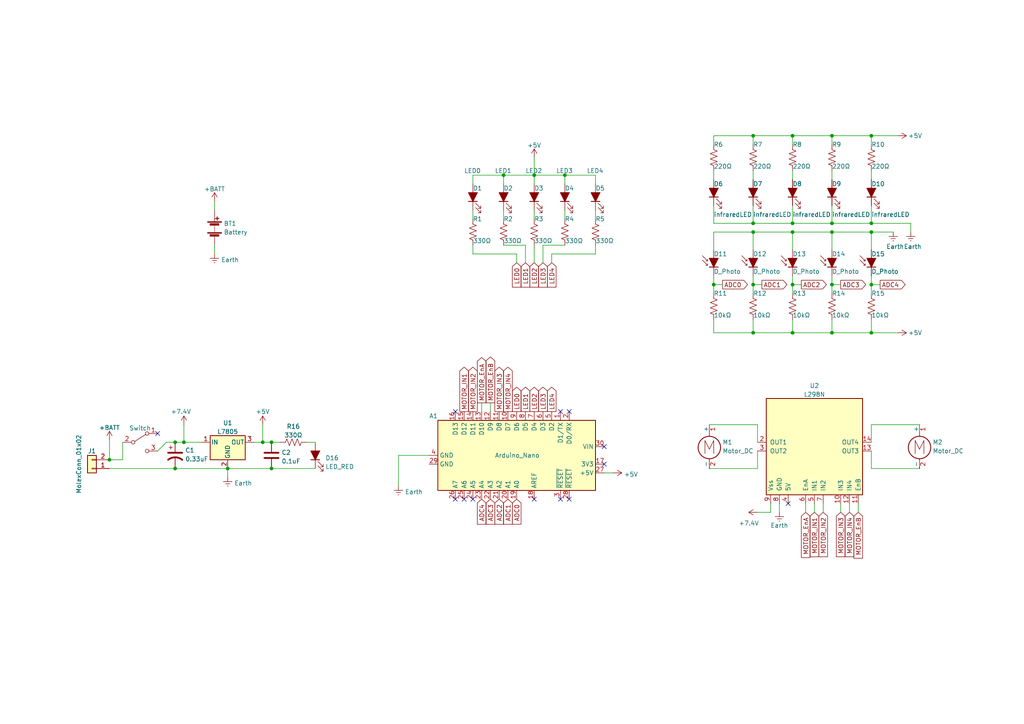
<source format=kicad_sch>
(kicad_sch (version 20211123) (generator eeschema)

  (uuid e95c9e81-5071-42f5-9dda-638d30d11e19)

  (paper "A4")

  (title_block
    (title "2023 LineTracer")
    (date "2023-03-02")
    (company "2023 RATS")
    (comment 1 "The layout is close to the actual circuit.")
    (comment 2 "Schemetic made by TeddyKim.")
  )

  (lib_symbols
    (symbol "+7.5V_1" (power) (pin_names (offset 0)) (in_bom yes) (on_board yes)
      (property "Reference" "#PWR?" (id 0) (at 3.81 0 0)
        (effects (font (size 1.27 1.27)) hide)
      )
      (property "Value" "+7.5V_1" (id 1) (at -3.175 -0.4338 90)
        (effects (font (size 1.27 1.27)) (justify left))
      )
      (property "Footprint" "" (id 2) (at 0 0 0)
        (effects (font (size 1.27 1.27)))
      )
      (property "Datasheet" "" (id 3) (at 0 0 0)
        (effects (font (size 1.27 1.27)) hide)
      )
      (property "ki_keywords" "global power" (id 4) (at 0 0 0)
        (effects (font (size 1.27 1.27)) hide)
      )
      (property "ki_description" "Power symbol creates a global label with name \"+7.5V\"" (id 5) (at 0 0 0)
        (effects (font (size 1.27 1.27)) hide)
      )
      (symbol "+7.5V_1_0_1"
        (polyline
          (pts
            (xy -0.762 1.27)
            (xy 0 2.54)
          )
          (stroke (width 0) (type default) (color 0 0 0 0))
          (fill (type none))
        )
        (polyline
          (pts
            (xy 0 0)
            (xy 0 2.54)
          )
          (stroke (width 0) (type default) (color 0 0 0 0))
          (fill (type none))
        )
        (polyline
          (pts
            (xy 0 2.54)
            (xy 0.762 1.27)
          )
          (stroke (width 0) (type default) (color 0 0 0 0))
          (fill (type none))
        )
      )
      (symbol "+7.5V_1_1_1"
        (pin power_in line (at 0 0 90) (length 0) hide
          (name "+7.4V" (effects (font (size 1.27 1.27))))
          (number "1" (effects (font (size 1.27 1.27))))
        )
      )
    )
    (symbol "Connector_Generic:Conn_01x02" (pin_names (offset 1.016) hide) (in_bom yes) (on_board yes)
      (property "Reference" "J" (id 0) (at 0 2.54 0)
        (effects (font (size 1.27 1.27)))
      )
      (property "Value" "Conn_01x02" (id 1) (at 0 -5.08 0)
        (effects (font (size 1.27 1.27)))
      )
      (property "Footprint" "" (id 2) (at 0 0 0)
        (effects (font (size 1.27 1.27)) hide)
      )
      (property "Datasheet" "~" (id 3) (at 0 0 0)
        (effects (font (size 1.27 1.27)) hide)
      )
      (property "ki_keywords" "connector" (id 4) (at 0 0 0)
        (effects (font (size 1.27 1.27)) hide)
      )
      (property "ki_description" "Generic connector, single row, 01x02, script generated (kicad-library-utils/schlib/autogen/connector/)" (id 5) (at 0 0 0)
        (effects (font (size 1.27 1.27)) hide)
      )
      (property "ki_fp_filters" "Connector*:*_1x??_*" (id 6) (at 0 0 0)
        (effects (font (size 1.27 1.27)) hide)
      )
      (symbol "Conn_01x02_1_1"
        (rectangle (start -1.27 -2.413) (end 0 -2.667)
          (stroke (width 0.1524) (type default) (color 0 0 0 0))
          (fill (type none))
        )
        (rectangle (start -1.27 0.127) (end 0 -0.127)
          (stroke (width 0.1524) (type default) (color 0 0 0 0))
          (fill (type none))
        )
        (rectangle (start -1.27 1.27) (end 1.27 -3.81)
          (stroke (width 0.254) (type default) (color 0 0 0 0))
          (fill (type background))
        )
        (pin passive line (at -5.08 0 0) (length 3.81)
          (name "Pin_1" (effects (font (size 1.27 1.27))))
          (number "1" (effects (font (size 1.27 1.27))))
        )
        (pin passive line (at -5.08 -2.54 0) (length 3.81)
          (name "Pin_2" (effects (font (size 1.27 1.27))))
          (number "2" (effects (font (size 1.27 1.27))))
        )
      )
    )
    (symbol "Device:Battery" (pin_numbers hide) (pin_names (offset 0) hide) (in_bom yes) (on_board yes)
      (property "Reference" "BT" (id 0) (at 2.54 2.54 0)
        (effects (font (size 1.27 1.27)) (justify left))
      )
      (property "Value" "Battery" (id 1) (at 2.54 0 0)
        (effects (font (size 1.27 1.27)) (justify left))
      )
      (property "Footprint" "" (id 2) (at 0 1.524 90)
        (effects (font (size 1.27 1.27)) hide)
      )
      (property "Datasheet" "~" (id 3) (at 0 1.524 90)
        (effects (font (size 1.27 1.27)) hide)
      )
      (property "ki_keywords" "batt voltage-source cell" (id 4) (at 0 0 0)
        (effects (font (size 1.27 1.27)) hide)
      )
      (property "ki_description" "Multiple-cell battery" (id 5) (at 0 0 0)
        (effects (font (size 1.27 1.27)) hide)
      )
      (symbol "Battery_0_1"
        (rectangle (start -2.032 -1.397) (end 2.032 -1.651)
          (stroke (width 0) (type default) (color 0 0 0 0))
          (fill (type outline))
        )
        (rectangle (start -2.032 1.778) (end 2.032 1.524)
          (stroke (width 0) (type default) (color 0 0 0 0))
          (fill (type outline))
        )
        (rectangle (start -1.3208 -1.9812) (end 1.27 -2.4892)
          (stroke (width 0) (type default) (color 0 0 0 0))
          (fill (type outline))
        )
        (rectangle (start -1.3208 1.1938) (end 1.27 0.6858)
          (stroke (width 0) (type default) (color 0 0 0 0))
          (fill (type outline))
        )
        (polyline
          (pts
            (xy 0 -1.524)
            (xy 0 -1.27)
          )
          (stroke (width 0) (type default) (color 0 0 0 0))
          (fill (type none))
        )
        (polyline
          (pts
            (xy 0 -1.016)
            (xy 0 -0.762)
          )
          (stroke (width 0) (type default) (color 0 0 0 0))
          (fill (type none))
        )
        (polyline
          (pts
            (xy 0 -0.508)
            (xy 0 -0.254)
          )
          (stroke (width 0) (type default) (color 0 0 0 0))
          (fill (type none))
        )
        (polyline
          (pts
            (xy 0 0)
            (xy 0 0.254)
          )
          (stroke (width 0) (type default) (color 0 0 0 0))
          (fill (type none))
        )
        (polyline
          (pts
            (xy 0 0.508)
            (xy 0 0.762)
          )
          (stroke (width 0) (type default) (color 0 0 0 0))
          (fill (type none))
        )
        (polyline
          (pts
            (xy 0 1.778)
            (xy 0 2.54)
          )
          (stroke (width 0) (type default) (color 0 0 0 0))
          (fill (type none))
        )
        (polyline
          (pts
            (xy 0.254 2.667)
            (xy 1.27 2.667)
          )
          (stroke (width 0.254) (type default) (color 0 0 0 0))
          (fill (type none))
        )
        (polyline
          (pts
            (xy 0.762 3.175)
            (xy 0.762 2.159)
          )
          (stroke (width 0.254) (type default) (color 0 0 0 0))
          (fill (type none))
        )
      )
      (symbol "Battery_1_1"
        (pin passive line (at 0 5.08 270) (length 2.54)
          (name "+" (effects (font (size 1.27 1.27))))
          (number "1" (effects (font (size 1.27 1.27))))
        )
        (pin passive line (at 0 -5.08 90) (length 2.54)
          (name "-" (effects (font (size 1.27 1.27))))
          (number "2" (effects (font (size 1.27 1.27))))
        )
      )
    )
    (symbol "Device:C" (pin_numbers hide) (pin_names (offset 0.254)) (in_bom yes) (on_board yes)
      (property "Reference" "C" (id 0) (at 0.635 2.54 0)
        (effects (font (size 1.27 1.27)) (justify left))
      )
      (property "Value" "C" (id 1) (at 0.635 -2.54 0)
        (effects (font (size 1.27 1.27)) (justify left))
      )
      (property "Footprint" "" (id 2) (at 0.9652 -3.81 0)
        (effects (font (size 1.27 1.27)) hide)
      )
      (property "Datasheet" "~" (id 3) (at 0 0 0)
        (effects (font (size 1.27 1.27)) hide)
      )
      (property "ki_keywords" "cap capacitor" (id 4) (at 0 0 0)
        (effects (font (size 1.27 1.27)) hide)
      )
      (property "ki_description" "Unpolarized capacitor" (id 5) (at 0 0 0)
        (effects (font (size 1.27 1.27)) hide)
      )
      (property "ki_fp_filters" "C_*" (id 6) (at 0 0 0)
        (effects (font (size 1.27 1.27)) hide)
      )
      (symbol "C_0_1"
        (polyline
          (pts
            (xy -2.032 -0.762)
            (xy 2.032 -0.762)
          )
          (stroke (width 0.508) (type default) (color 0 0 0 0))
          (fill (type none))
        )
        (polyline
          (pts
            (xy -2.032 0.762)
            (xy 2.032 0.762)
          )
          (stroke (width 0.508) (type default) (color 0 0 0 0))
          (fill (type none))
        )
      )
      (symbol "C_1_1"
        (pin passive line (at 0 3.81 270) (length 2.794)
          (name "~" (effects (font (size 1.27 1.27))))
          (number "1" (effects (font (size 1.27 1.27))))
        )
        (pin passive line (at 0 -3.81 90) (length 2.794)
          (name "~" (effects (font (size 1.27 1.27))))
          (number "2" (effects (font (size 1.27 1.27))))
        )
      )
    )
    (symbol "Device:C_Polarized_US" (pin_numbers hide) (pin_names (offset 0.254) hide) (in_bom yes) (on_board yes)
      (property "Reference" "C" (id 0) (at 0.635 2.54 0)
        (effects (font (size 1.27 1.27)) (justify left))
      )
      (property "Value" "C_Polarized_US" (id 1) (at 0.635 -2.54 0)
        (effects (font (size 1.27 1.27)) (justify left))
      )
      (property "Footprint" "" (id 2) (at 0 0 0)
        (effects (font (size 1.27 1.27)) hide)
      )
      (property "Datasheet" "~" (id 3) (at 0 0 0)
        (effects (font (size 1.27 1.27)) hide)
      )
      (property "ki_keywords" "cap capacitor" (id 4) (at 0 0 0)
        (effects (font (size 1.27 1.27)) hide)
      )
      (property "ki_description" "Polarized capacitor, US symbol" (id 5) (at 0 0 0)
        (effects (font (size 1.27 1.27)) hide)
      )
      (property "ki_fp_filters" "CP_*" (id 6) (at 0 0 0)
        (effects (font (size 1.27 1.27)) hide)
      )
      (symbol "C_Polarized_US_0_1"
        (polyline
          (pts
            (xy -2.032 0.762)
            (xy 2.032 0.762)
          )
          (stroke (width 0.508) (type default) (color 0 0 0 0))
          (fill (type none))
        )
        (polyline
          (pts
            (xy -1.778 2.286)
            (xy -0.762 2.286)
          )
          (stroke (width 0) (type default) (color 0 0 0 0))
          (fill (type none))
        )
        (polyline
          (pts
            (xy -1.27 1.778)
            (xy -1.27 2.794)
          )
          (stroke (width 0) (type default) (color 0 0 0 0))
          (fill (type none))
        )
        (arc (start 2.032 -1.27) (mid 0 -0.5572) (end -2.032 -1.27)
          (stroke (width 0.508) (type default) (color 0 0 0 0))
          (fill (type none))
        )
      )
      (symbol "C_Polarized_US_1_1"
        (pin passive line (at 0 3.81 270) (length 2.794)
          (name "~" (effects (font (size 1.27 1.27))))
          (number "1" (effects (font (size 1.27 1.27))))
        )
        (pin passive line (at 0 -3.81 90) (length 3.302)
          (name "~" (effects (font (size 1.27 1.27))))
          (number "2" (effects (font (size 1.27 1.27))))
        )
      )
    )
    (symbol "Device:D_Photo_Filled" (pin_numbers hide) (pin_names hide) (in_bom yes) (on_board yes)
      (property "Reference" "D" (id 0) (at 0.508 1.778 0)
        (effects (font (size 1.27 1.27)) (justify left))
      )
      (property "Value" "D_Photo_Filled" (id 1) (at -1.016 -2.794 0)
        (effects (font (size 1.27 1.27)))
      )
      (property "Footprint" "" (id 2) (at -1.27 0 0)
        (effects (font (size 1.27 1.27)) hide)
      )
      (property "Datasheet" "~" (id 3) (at -1.27 0 0)
        (effects (font (size 1.27 1.27)) hide)
      )
      (property "ki_keywords" "photodiode diode opto" (id 4) (at 0 0 0)
        (effects (font (size 1.27 1.27)) hide)
      )
      (property "ki_description" "Photodiode, filled shape" (id 5) (at 0 0 0)
        (effects (font (size 1.27 1.27)) hide)
      )
      (symbol "D_Photo_Filled_0_1"
        (polyline
          (pts
            (xy -2.54 1.27)
            (xy -2.54 -1.27)
          )
          (stroke (width 0.254) (type default) (color 0 0 0 0))
          (fill (type none))
        )
        (polyline
          (pts
            (xy -2.032 1.778)
            (xy -1.524 1.778)
          )
          (stroke (width 0) (type default) (color 0 0 0 0))
          (fill (type none))
        )
        (polyline
          (pts
            (xy 0 0)
            (xy -2.54 0)
          )
          (stroke (width 0) (type default) (color 0 0 0 0))
          (fill (type none))
        )
        (polyline
          (pts
            (xy -0.508 3.302)
            (xy -2.032 1.778)
            (xy -2.032 2.286)
          )
          (stroke (width 0) (type default) (color 0 0 0 0))
          (fill (type none))
        )
        (polyline
          (pts
            (xy 0 -1.27)
            (xy 0 1.27)
            (xy -2.54 0)
            (xy 0 -1.27)
          )
          (stroke (width 0.254) (type default) (color 0 0 0 0))
          (fill (type outline))
        )
        (polyline
          (pts
            (xy 0.762 3.302)
            (xy -0.762 1.778)
            (xy -0.762 2.286)
            (xy -0.762 1.778)
            (xy -0.254 1.778)
          )
          (stroke (width 0) (type default) (color 0 0 0 0))
          (fill (type none))
        )
      )
      (symbol "D_Photo_Filled_1_1"
        (pin passive line (at -5.08 0 0) (length 2.54)
          (name "K" (effects (font (size 1.27 1.27))))
          (number "1" (effects (font (size 1.27 1.27))))
        )
        (pin passive line (at 2.54 0 180) (length 2.54)
          (name "A" (effects (font (size 1.27 1.27))))
          (number "2" (effects (font (size 1.27 1.27))))
        )
      )
    )
    (symbol "Device:LED_Filled" (pin_numbers hide) (pin_names (offset 1.016) hide) (in_bom yes) (on_board yes)
      (property "Reference" "D" (id 0) (at 0 2.54 0)
        (effects (font (size 1.27 1.27)))
      )
      (property "Value" "LED_Filled" (id 1) (at 0 -2.54 0)
        (effects (font (size 1.27 1.27)))
      )
      (property "Footprint" "" (id 2) (at 0 0 0)
        (effects (font (size 1.27 1.27)) hide)
      )
      (property "Datasheet" "~" (id 3) (at 0 0 0)
        (effects (font (size 1.27 1.27)) hide)
      )
      (property "ki_keywords" "LED diode" (id 4) (at 0 0 0)
        (effects (font (size 1.27 1.27)) hide)
      )
      (property "ki_description" "Light emitting diode, filled shape" (id 5) (at 0 0 0)
        (effects (font (size 1.27 1.27)) hide)
      )
      (property "ki_fp_filters" "LED* LED_SMD:* LED_THT:*" (id 6) (at 0 0 0)
        (effects (font (size 1.27 1.27)) hide)
      )
      (symbol "LED_Filled_0_1"
        (polyline
          (pts
            (xy -1.27 -1.27)
            (xy -1.27 1.27)
          )
          (stroke (width 0.254) (type default) (color 0 0 0 0))
          (fill (type none))
        )
        (polyline
          (pts
            (xy -1.27 0)
            (xy 1.27 0)
          )
          (stroke (width 0) (type default) (color 0 0 0 0))
          (fill (type none))
        )
        (polyline
          (pts
            (xy 1.27 -1.27)
            (xy 1.27 1.27)
            (xy -1.27 0)
            (xy 1.27 -1.27)
          )
          (stroke (width 0.254) (type default) (color 0 0 0 0))
          (fill (type outline))
        )
        (polyline
          (pts
            (xy -3.048 -0.762)
            (xy -4.572 -2.286)
            (xy -3.81 -2.286)
            (xy -4.572 -2.286)
            (xy -4.572 -1.524)
          )
          (stroke (width 0) (type default) (color 0 0 0 0))
          (fill (type none))
        )
        (polyline
          (pts
            (xy -1.778 -0.762)
            (xy -3.302 -2.286)
            (xy -2.54 -2.286)
            (xy -3.302 -2.286)
            (xy -3.302 -1.524)
          )
          (stroke (width 0) (type default) (color 0 0 0 0))
          (fill (type none))
        )
      )
      (symbol "LED_Filled_1_1"
        (pin passive line (at -3.81 0 0) (length 2.54)
          (name "K" (effects (font (size 1.27 1.27))))
          (number "1" (effects (font (size 1.27 1.27))))
        )
        (pin passive line (at 3.81 0 180) (length 2.54)
          (name "A" (effects (font (size 1.27 1.27))))
          (number "2" (effects (font (size 1.27 1.27))))
        )
      )
    )
    (symbol "Device:R_US" (pin_numbers hide) (pin_names (offset 0)) (in_bom yes) (on_board yes)
      (property "Reference" "R" (id 0) (at 2.54 0 90)
        (effects (font (size 1.27 1.27)))
      )
      (property "Value" "R_US" (id 1) (at -2.54 0 90)
        (effects (font (size 1.27 1.27)))
      )
      (property "Footprint" "" (id 2) (at 1.016 -0.254 90)
        (effects (font (size 1.27 1.27)) hide)
      )
      (property "Datasheet" "~" (id 3) (at 0 0 0)
        (effects (font (size 1.27 1.27)) hide)
      )
      (property "ki_keywords" "R res resistor" (id 4) (at 0 0 0)
        (effects (font (size 1.27 1.27)) hide)
      )
      (property "ki_description" "Resistor, US symbol" (id 5) (at 0 0 0)
        (effects (font (size 1.27 1.27)) hide)
      )
      (property "ki_fp_filters" "R_*" (id 6) (at 0 0 0)
        (effects (font (size 1.27 1.27)) hide)
      )
      (symbol "R_US_0_1"
        (polyline
          (pts
            (xy 0 -2.286)
            (xy 0 -2.54)
          )
          (stroke (width 0) (type default) (color 0 0 0 0))
          (fill (type none))
        )
        (polyline
          (pts
            (xy 0 2.286)
            (xy 0 2.54)
          )
          (stroke (width 0) (type default) (color 0 0 0 0))
          (fill (type none))
        )
        (polyline
          (pts
            (xy 0 -0.762)
            (xy 1.016 -1.143)
            (xy 0 -1.524)
            (xy -1.016 -1.905)
            (xy 0 -2.286)
          )
          (stroke (width 0) (type default) (color 0 0 0 0))
          (fill (type none))
        )
        (polyline
          (pts
            (xy 0 0.762)
            (xy 1.016 0.381)
            (xy 0 0)
            (xy -1.016 -0.381)
            (xy 0 -0.762)
          )
          (stroke (width 0) (type default) (color 0 0 0 0))
          (fill (type none))
        )
        (polyline
          (pts
            (xy 0 2.286)
            (xy 1.016 1.905)
            (xy 0 1.524)
            (xy -1.016 1.143)
            (xy 0 0.762)
          )
          (stroke (width 0) (type default) (color 0 0 0 0))
          (fill (type none))
        )
      )
      (symbol "R_US_1_1"
        (pin passive line (at 0 3.81 270) (length 1.27)
          (name "~" (effects (font (size 1.27 1.27))))
          (number "1" (effects (font (size 1.27 1.27))))
        )
        (pin passive line (at 0 -3.81 90) (length 1.27)
          (name "~" (effects (font (size 1.27 1.27))))
          (number "2" (effects (font (size 1.27 1.27))))
        )
      )
    )
    (symbol "Driver_Motor:L298N" (pin_names (offset 1.016)) (in_bom yes) (on_board yes)
      (property "Reference" "U?" (id 0) (at 0 17.6698 0)
        (effects (font (size 1.27 1.27)))
      )
      (property "Value" "L298N" (id 1) (at 0 15.1329 0)
        (effects (font (size 1.27 1.27)))
      )
      (property "Footprint" "Package_TO_SOT_THT:TO-220-15_P2.54x2.54mm_StaggerOdd_Lead4.58mm_Vertical" (id 2) (at 16.51 1.27 0)
        (effects (font (size 1.27 1.27)) (justify left) hide)
      )
      (property "Datasheet" "http://www.st.com/st-web-ui/static/active/en/resource/technical/document/datasheet/CD00000240.pdf" (id 3) (at -6.35 3.81 0)
        (effects (font (size 1.27 1.27)) hide)
      )
      (property "ki_keywords" "H-bridge motor driver" (id 4) (at 0 0 0)
        (effects (font (size 1.27 1.27)) hide)
      )
      (property "ki_description" "Dual full bridge motor driver, up to 46V, 4A, Multiwatt15-V" (id 5) (at 0 0 0)
        (effects (font (size 1.27 1.27)) hide)
      )
      (property "ki_fp_filters" "TO?220*StaggerOdd*Vertical*" (id 6) (at 0 0 0)
        (effects (font (size 1.27 1.27)) hide)
      )
      (symbol "L298N_0_1"
        (rectangle (start -13.97 13.97) (end 13.97 -13.97)
          (stroke (width 0.254) (type default) (color 0 0 0 0))
          (fill (type background))
        )
      )
      (symbol "L298N_1_1"
        (pin input line (at 7.62 -16.51 90) (length 2.54)
          (name "IN3" (effects (font (size 1.27 1.27))))
          (number "10" (effects (font (size 1.27 1.27))))
        )
        (pin input line (at 12.7 -16.51 90) (length 2.54)
          (name "EnB" (effects (font (size 1.27 1.27))))
          (number "11" (effects (font (size 1.27 1.27))))
        )
        (pin input line (at 10.16 -16.51 90) (length 2.54)
          (name "IN4" (effects (font (size 1.27 1.27))))
          (number "12" (effects (font (size 1.27 1.27))))
        )
        (pin output line (at 16.51 -1.27 180) (length 2.54)
          (name "OUT3" (effects (font (size 1.27 1.27))))
          (number "13" (effects (font (size 1.27 1.27))))
        )
        (pin output line (at 16.51 1.27 180) (length 2.54)
          (name "OUT4" (effects (font (size 1.27 1.27))))
          (number "14" (effects (font (size 1.27 1.27))))
        )
        (pin output line (at -16.51 1.27 0) (length 2.54)
          (name "OUT1" (effects (font (size 1.27 1.27))))
          (number "2" (effects (font (size 1.27 1.27))))
        )
        (pin output line (at -16.51 -1.27 0) (length 2.54)
          (name "OUT2" (effects (font (size 1.27 1.27))))
          (number "3" (effects (font (size 1.27 1.27))))
        )
        (pin power_in line (at -7.62 -16.51 90) (length 2.54)
          (name "5V" (effects (font (size 1.27 1.27))))
          (number "4" (effects (font (size 1.27 1.27))))
        )
        (pin input line (at 0 -16.51 90) (length 2.54)
          (name "IN1" (effects (font (size 1.27 1.27))))
          (number "5" (effects (font (size 1.27 1.27))))
        )
        (pin input line (at -2.54 -16.51 90) (length 2.54)
          (name "EnA" (effects (font (size 1.27 1.27))))
          (number "6" (effects (font (size 1.27 1.27))))
        )
        (pin input line (at 2.54 -16.51 90) (length 2.54)
          (name "IN2" (effects (font (size 1.27 1.27))))
          (number "7" (effects (font (size 1.27 1.27))))
        )
        (pin power_in line (at -10.16 -16.51 90) (length 2.54)
          (name "GND" (effects (font (size 1.27 1.27))))
          (number "8" (effects (font (size 1.27 1.27))))
        )
        (pin power_in line (at -12.7 -16.51 90) (length 2.54)
          (name "Vss" (effects (font (size 1.27 1.27))))
          (number "9" (effects (font (size 1.27 1.27))))
        )
      )
    )
    (symbol "Earth_1" (power) (pin_names (offset 0)) (in_bom yes) (on_board yes)
      (property "Reference" "#PWR?" (id 0) (at 0 -6.35 0)
        (effects (font (size 1.27 1.27)) hide)
      )
      (property "Value" "GND" (id 1) (at 0 -3.81 0)
        (effects (font (size 1.27 1.27)))
      )
      (property "Footprint" "" (id 2) (at 0 0 0)
        (effects (font (size 1.27 1.27)) hide)
      )
      (property "Datasheet" "~" (id 3) (at 0 0 0)
        (effects (font (size 1.27 1.27)) hide)
      )
      (property "ki_keywords" "global ground gnd" (id 4) (at 0 0 0)
        (effects (font (size 1.27 1.27)) hide)
      )
      (property "ki_description" "Power symbol creates a global label with name \"Earth\"" (id 5) (at 0 0 0)
        (effects (font (size 1.27 1.27)) hide)
      )
      (symbol "Earth_1_0_1"
        (polyline
          (pts
            (xy -0.635 -1.905)
            (xy 0.635 -1.905)
          )
          (stroke (width 0) (type default) (color 0 0 0 0))
          (fill (type none))
        )
        (polyline
          (pts
            (xy -0.127 -2.54)
            (xy 0.127 -2.54)
          )
          (stroke (width 0) (type default) (color 0 0 0 0))
          (fill (type none))
        )
        (polyline
          (pts
            (xy 0 -1.27)
            (xy 0 0)
          )
          (stroke (width 0) (type default) (color 0 0 0 0))
          (fill (type none))
        )
        (polyline
          (pts
            (xy 1.27 -1.27)
            (xy -1.27 -1.27)
          )
          (stroke (width 0) (type default) (color 0 0 0 0))
          (fill (type none))
        )
      )
      (symbol "Earth_1_1_1"
        (pin power_in line (at 0 0 270) (length 0) hide
          (name "Earth" (effects (font (size 1.27 1.27))))
          (number "1" (effects (font (size 1.27 1.27))))
        )
      )
    )
    (symbol "MCU_Module:Arduino_Nano_v3.x" (in_bom yes) (on_board yes)
      (property "Reference" "A" (id 0) (at -10.16 23.495 0)
        (effects (font (size 1.27 1.27)) (justify left bottom))
      )
      (property "Value" "Arduino_Nano_v3.x" (id 1) (at 5.08 -24.13 0)
        (effects (font (size 1.27 1.27)) (justify left top))
      )
      (property "Footprint" "Module:Arduino_Nano" (id 2) (at 0 0 0)
        (effects (font (size 1.27 1.27) italic) hide)
      )
      (property "Datasheet" "http://www.mouser.com/pdfdocs/Gravitech_Arduino_Nano3_0.pdf" (id 3) (at 0 0 0)
        (effects (font (size 1.27 1.27)) hide)
      )
      (property "ki_keywords" "Arduino nano microcontroller module USB" (id 4) (at 0 0 0)
        (effects (font (size 1.27 1.27)) hide)
      )
      (property "ki_description" "Arduino Nano v3.x" (id 5) (at 0 0 0)
        (effects (font (size 1.27 1.27)) hide)
      )
      (property "ki_fp_filters" "Arduino*Nano*" (id 6) (at 0 0 0)
        (effects (font (size 1.27 1.27)) hide)
      )
      (symbol "Arduino_Nano_v3.x_0_1"
        (rectangle (start -10.16 22.86) (end 10.16 -22.86)
          (stroke (width 0.254) (type default) (color 0 0 0 0))
          (fill (type background))
        )
      )
      (symbol "Arduino_Nano_v3.x_1_1"
        (pin bidirectional line (at -12.7 12.7 0) (length 2.54)
          (name "D1/TX" (effects (font (size 1.27 1.27))))
          (number "1" (effects (font (size 1.27 1.27))))
        )
        (pin bidirectional line (at -12.7 -2.54 0) (length 2.54)
          (name "D7" (effects (font (size 1.27 1.27))))
          (number "10" (effects (font (size 1.27 1.27))))
        )
        (pin bidirectional line (at -12.7 -5.08 0) (length 2.54)
          (name "D8" (effects (font (size 1.27 1.27))))
          (number "11" (effects (font (size 1.27 1.27))))
        )
        (pin bidirectional line (at -12.7 -7.62 0) (length 2.54)
          (name "D9" (effects (font (size 1.27 1.27))))
          (number "12" (effects (font (size 1.27 1.27))))
        )
        (pin bidirectional line (at -12.7 -10.16 0) (length 2.54)
          (name "D10" (effects (font (size 1.27 1.27))))
          (number "13" (effects (font (size 1.27 1.27))))
        )
        (pin bidirectional line (at -12.7 -12.7 0) (length 2.54)
          (name "D11" (effects (font (size 1.27 1.27))))
          (number "14" (effects (font (size 1.27 1.27))))
        )
        (pin bidirectional line (at -12.7 -15.24 0) (length 2.54)
          (name "D12" (effects (font (size 1.27 1.27))))
          (number "15" (effects (font (size 1.27 1.27))))
        )
        (pin bidirectional line (at -12.7 -17.78 0) (length 2.54)
          (name "D13" (effects (font (size 1.27 1.27))))
          (number "16" (effects (font (size 1.27 1.27))))
        )
        (pin power_out line (at 2.54 25.4 270) (length 2.54)
          (name "3V3" (effects (font (size 1.27 1.27))))
          (number "17" (effects (font (size 1.27 1.27))))
        )
        (pin input line (at 12.7 5.08 180) (length 2.54)
          (name "AREF" (effects (font (size 1.27 1.27))))
          (number "18" (effects (font (size 1.27 1.27))))
        )
        (pin bidirectional line (at 12.7 0 180) (length 2.54)
          (name "A0" (effects (font (size 1.27 1.27))))
          (number "19" (effects (font (size 1.27 1.27))))
        )
        (pin bidirectional line (at -12.7 15.24 0) (length 2.54)
          (name "D0/RX" (effects (font (size 1.27 1.27))))
          (number "2" (effects (font (size 1.27 1.27))))
        )
        (pin bidirectional line (at 12.7 -2.54 180) (length 2.54)
          (name "A1" (effects (font (size 1.27 1.27))))
          (number "20" (effects (font (size 1.27 1.27))))
        )
        (pin bidirectional line (at 12.7 -5.08 180) (length 2.54)
          (name "A2" (effects (font (size 1.27 1.27))))
          (number "21" (effects (font (size 1.27 1.27))))
        )
        (pin bidirectional line (at 12.7 -7.62 180) (length 2.54)
          (name "A3" (effects (font (size 1.27 1.27))))
          (number "22" (effects (font (size 1.27 1.27))))
        )
        (pin bidirectional line (at 12.7 -10.16 180) (length 2.54)
          (name "A4" (effects (font (size 1.27 1.27))))
          (number "23" (effects (font (size 1.27 1.27))))
        )
        (pin bidirectional line (at 12.7 -12.7 180) (length 2.54)
          (name "A5" (effects (font (size 1.27 1.27))))
          (number "24" (effects (font (size 1.27 1.27))))
        )
        (pin bidirectional line (at 12.7 -15.24 180) (length 2.54)
          (name "A6" (effects (font (size 1.27 1.27))))
          (number "25" (effects (font (size 1.27 1.27))))
        )
        (pin bidirectional line (at 12.7 -17.78 180) (length 2.54)
          (name "A7" (effects (font (size 1.27 1.27))))
          (number "26" (effects (font (size 1.27 1.27))))
        )
        (pin power_out line (at 5.08 25.4 270) (length 2.54)
          (name "+5V" (effects (font (size 1.27 1.27))))
          (number "27" (effects (font (size 1.27 1.27))))
        )
        (pin input line (at 12.7 15.24 180) (length 2.54)
          (name "~{RESET}" (effects (font (size 1.27 1.27))))
          (number "28" (effects (font (size 1.27 1.27))))
        )
        (pin power_in line (at 2.54 -25.4 90) (length 2.54)
          (name "GND" (effects (font (size 1.27 1.27))))
          (number "29" (effects (font (size 1.27 1.27))))
        )
        (pin input line (at 12.7 12.7 180) (length 2.54)
          (name "~{RESET}" (effects (font (size 1.27 1.27))))
          (number "3" (effects (font (size 1.27 1.27))))
        )
        (pin power_in line (at -2.54 25.4 270) (length 2.54)
          (name "VIN" (effects (font (size 1.27 1.27))))
          (number "30" (effects (font (size 1.27 1.27))))
        )
        (pin power_in line (at 0 -25.4 90) (length 2.54)
          (name "GND" (effects (font (size 1.27 1.27))))
          (number "4" (effects (font (size 1.27 1.27))))
        )
        (pin bidirectional line (at -12.7 10.16 0) (length 2.54)
          (name "D2" (effects (font (size 1.27 1.27))))
          (number "5" (effects (font (size 1.27 1.27))))
        )
        (pin bidirectional line (at -12.7 7.62 0) (length 2.54)
          (name "D3" (effects (font (size 1.27 1.27))))
          (number "6" (effects (font (size 1.27 1.27))))
        )
        (pin bidirectional line (at -12.7 5.08 0) (length 2.54)
          (name "D4" (effects (font (size 1.27 1.27))))
          (number "7" (effects (font (size 1.27 1.27))))
        )
        (pin bidirectional line (at -12.7 2.54 0) (length 2.54)
          (name "D5" (effects (font (size 1.27 1.27))))
          (number "8" (effects (font (size 1.27 1.27))))
        )
        (pin bidirectional line (at -12.7 0 0) (length 2.54)
          (name "D6" (effects (font (size 1.27 1.27))))
          (number "9" (effects (font (size 1.27 1.27))))
        )
      )
    )
    (symbol "Motor:Motor_DC" (pin_names (offset 0)) (in_bom yes) (on_board yes)
      (property "Reference" "M" (id 0) (at 2.54 2.54 0)
        (effects (font (size 1.27 1.27)) (justify left))
      )
      (property "Value" "Motor_DC" (id 1) (at 2.54 -5.08 0)
        (effects (font (size 1.27 1.27)) (justify left top))
      )
      (property "Footprint" "" (id 2) (at 0 -2.286 0)
        (effects (font (size 1.27 1.27)) hide)
      )
      (property "Datasheet" "~" (id 3) (at 0 -2.286 0)
        (effects (font (size 1.27 1.27)) hide)
      )
      (property "ki_keywords" "DC Motor" (id 4) (at 0 0 0)
        (effects (font (size 1.27 1.27)) hide)
      )
      (property "ki_description" "DC Motor" (id 5) (at 0 0 0)
        (effects (font (size 1.27 1.27)) hide)
      )
      (property "ki_fp_filters" "PinHeader*P2.54mm* TerminalBlock*" (id 6) (at 0 0 0)
        (effects (font (size 1.27 1.27)) hide)
      )
      (symbol "Motor_DC_0_0"
        (polyline
          (pts
            (xy -1.27 -3.302)
            (xy -1.27 0.508)
            (xy 0 -2.032)
            (xy 1.27 0.508)
            (xy 1.27 -3.302)
          )
          (stroke (width 0) (type default) (color 0 0 0 0))
          (fill (type none))
        )
      )
      (symbol "Motor_DC_0_1"
        (circle (center 0 -1.524) (radius 3.2512)
          (stroke (width 0.254) (type default) (color 0 0 0 0))
          (fill (type none))
        )
        (polyline
          (pts
            (xy 0 -7.62)
            (xy 0 -7.112)
          )
          (stroke (width 0) (type default) (color 0 0 0 0))
          (fill (type none))
        )
        (polyline
          (pts
            (xy 0 -4.7752)
            (xy 0 -5.1816)
          )
          (stroke (width 0) (type default) (color 0 0 0 0))
          (fill (type none))
        )
        (polyline
          (pts
            (xy 0 1.7272)
            (xy 0 2.0828)
          )
          (stroke (width 0) (type default) (color 0 0 0 0))
          (fill (type none))
        )
        (polyline
          (pts
            (xy 0 2.032)
            (xy 0 2.54)
          )
          (stroke (width 0) (type default) (color 0 0 0 0))
          (fill (type none))
        )
      )
      (symbol "Motor_DC_1_1"
        (pin passive line (at 0 5.08 270) (length 2.54)
          (name "+" (effects (font (size 1.27 1.27))))
          (number "1" (effects (font (size 1.27 1.27))))
        )
        (pin passive line (at 0 -7.62 90) (length 2.54)
          (name "-" (effects (font (size 1.27 1.27))))
          (number "2" (effects (font (size 1.27 1.27))))
        )
      )
    )
    (symbol "Regulator_Linear:L7805" (pin_names (offset 0.254)) (in_bom yes) (on_board yes)
      (property "Reference" "U" (id 0) (at -3.81 3.175 0)
        (effects (font (size 1.27 1.27)))
      )
      (property "Value" "L7805" (id 1) (at 0 3.175 0)
        (effects (font (size 1.27 1.27)) (justify left))
      )
      (property "Footprint" "" (id 2) (at 0.635 -3.81 0)
        (effects (font (size 1.27 1.27) italic) (justify left) hide)
      )
      (property "Datasheet" "http://www.st.com/content/ccc/resource/technical/document/datasheet/41/4f/b3/b0/12/d4/47/88/CD00000444.pdf/files/CD00000444.pdf/jcr:content/translations/en.CD00000444.pdf" (id 3) (at 0 -1.27 0)
        (effects (font (size 1.27 1.27)) hide)
      )
      (property "ki_keywords" "Voltage Regulator 1.5A Positive" (id 4) (at 0 0 0)
        (effects (font (size 1.27 1.27)) hide)
      )
      (property "ki_description" "Positive 1.5A 35V Linear Regulator, Fixed Output 5V, TO-220/TO-263/TO-252" (id 5) (at 0 0 0)
        (effects (font (size 1.27 1.27)) hide)
      )
      (property "ki_fp_filters" "TO?252* TO?263* TO?220*" (id 6) (at 0 0 0)
        (effects (font (size 1.27 1.27)) hide)
      )
      (symbol "L7805_0_1"
        (rectangle (start -5.08 1.905) (end 5.08 -5.08)
          (stroke (width 0.254) (type default) (color 0 0 0 0))
          (fill (type background))
        )
      )
      (symbol "L7805_1_1"
        (pin power_in line (at -7.62 0 0) (length 2.54)
          (name "IN" (effects (font (size 1.27 1.27))))
          (number "1" (effects (font (size 1.27 1.27))))
        )
        (pin power_in line (at 0 -7.62 90) (length 2.54)
          (name "GND" (effects (font (size 1.27 1.27))))
          (number "2" (effects (font (size 1.27 1.27))))
        )
        (pin power_out line (at 7.62 0 180) (length 2.54)
          (name "OUT" (effects (font (size 1.27 1.27))))
          (number "3" (effects (font (size 1.27 1.27))))
        )
      )
    )
    (symbol "Switch:SW_DPDT_x2" (pin_names (offset 0) hide) (in_bom yes) (on_board yes)
      (property "Reference" "SW" (id 0) (at 0 4.318 0)
        (effects (font (size 1.27 1.27)))
      )
      (property "Value" "SW_DPDT_x2" (id 1) (at 0 -5.08 0)
        (effects (font (size 1.27 1.27)))
      )
      (property "Footprint" "" (id 2) (at 0 0 0)
        (effects (font (size 1.27 1.27)) hide)
      )
      (property "Datasheet" "~" (id 3) (at 0 0 0)
        (effects (font (size 1.27 1.27)) hide)
      )
      (property "ki_keywords" "switch dual-pole double-throw DPDT spdt ON-ON" (id 4) (at 0 0 0)
        (effects (font (size 1.27 1.27)) hide)
      )
      (property "ki_description" "Switch, dual pole double throw, separate symbols" (id 5) (at 0 0 0)
        (effects (font (size 1.27 1.27)) hide)
      )
      (property "ki_fp_filters" "SW*DPDT*" (id 6) (at 0 0 0)
        (effects (font (size 1.27 1.27)) hide)
      )
      (symbol "SW_DPDT_x2_0_0"
        (circle (center -2.032 0) (radius 0.508)
          (stroke (width 0) (type default) (color 0 0 0 0))
          (fill (type none))
        )
        (circle (center 2.032 -2.54) (radius 0.508)
          (stroke (width 0) (type default) (color 0 0 0 0))
          (fill (type none))
        )
      )
      (symbol "SW_DPDT_x2_0_1"
        (polyline
          (pts
            (xy -1.524 0.254)
            (xy 1.651 2.286)
          )
          (stroke (width 0) (type default) (color 0 0 0 0))
          (fill (type none))
        )
        (circle (center 2.032 2.54) (radius 0.508)
          (stroke (width 0) (type default) (color 0 0 0 0))
          (fill (type none))
        )
      )
      (symbol "SW_DPDT_x2_1_1"
        (pin passive line (at 5.08 2.54 180) (length 2.54)
          (name "A" (effects (font (size 1.27 1.27))))
          (number "1" (effects (font (size 1.27 1.27))))
        )
        (pin passive line (at -5.08 0 0) (length 2.54)
          (name "B" (effects (font (size 1.27 1.27))))
          (number "2" (effects (font (size 1.27 1.27))))
        )
        (pin passive line (at 5.08 -2.54 180) (length 2.54)
          (name "C" (effects (font (size 1.27 1.27))))
          (number "3" (effects (font (size 1.27 1.27))))
        )
      )
      (symbol "SW_DPDT_x2_2_1"
        (pin passive line (at 5.08 2.54 180) (length 2.54)
          (name "A" (effects (font (size 1.27 1.27))))
          (number "4" (effects (font (size 1.27 1.27))))
        )
        (pin passive line (at -5.08 0 0) (length 2.54)
          (name "B" (effects (font (size 1.27 1.27))))
          (number "5" (effects (font (size 1.27 1.27))))
        )
        (pin passive line (at 5.08 -2.54 180) (length 2.54)
          (name "C" (effects (font (size 1.27 1.27))))
          (number "6" (effects (font (size 1.27 1.27))))
        )
      )
    )
    (symbol "power:+5V" (power) (pin_names (offset 0)) (in_bom yes) (on_board yes)
      (property "Reference" "#PWR" (id 0) (at 0 -3.81 0)
        (effects (font (size 1.27 1.27)) hide)
      )
      (property "Value" "+5V" (id 1) (at 0 3.556 0)
        (effects (font (size 1.27 1.27)))
      )
      (property "Footprint" "" (id 2) (at 0 0 0)
        (effects (font (size 1.27 1.27)) hide)
      )
      (property "Datasheet" "" (id 3) (at 0 0 0)
        (effects (font (size 1.27 1.27)) hide)
      )
      (property "ki_keywords" "global power" (id 4) (at 0 0 0)
        (effects (font (size 1.27 1.27)) hide)
      )
      (property "ki_description" "Power symbol creates a global label with name \"+5V\"" (id 5) (at 0 0 0)
        (effects (font (size 1.27 1.27)) hide)
      )
      (symbol "+5V_0_1"
        (polyline
          (pts
            (xy -0.762 1.27)
            (xy 0 2.54)
          )
          (stroke (width 0) (type default) (color 0 0 0 0))
          (fill (type none))
        )
        (polyline
          (pts
            (xy 0 0)
            (xy 0 2.54)
          )
          (stroke (width 0) (type default) (color 0 0 0 0))
          (fill (type none))
        )
        (polyline
          (pts
            (xy 0 2.54)
            (xy 0.762 1.27)
          )
          (stroke (width 0) (type default) (color 0 0 0 0))
          (fill (type none))
        )
      )
      (symbol "+5V_1_1"
        (pin power_in line (at 0 0 90) (length 0) hide
          (name "+5V" (effects (font (size 1.27 1.27))))
          (number "1" (effects (font (size 1.27 1.27))))
        )
      )
    )
    (symbol "power:+BATT" (power) (pin_names (offset 0)) (in_bom yes) (on_board yes)
      (property "Reference" "#PWR" (id 0) (at 0 -3.81 0)
        (effects (font (size 1.27 1.27)) hide)
      )
      (property "Value" "+BATT" (id 1) (at 0 3.556 0)
        (effects (font (size 1.27 1.27)))
      )
      (property "Footprint" "" (id 2) (at 0 0 0)
        (effects (font (size 1.27 1.27)) hide)
      )
      (property "Datasheet" "" (id 3) (at 0 0 0)
        (effects (font (size 1.27 1.27)) hide)
      )
      (property "ki_keywords" "global power battery" (id 4) (at 0 0 0)
        (effects (font (size 1.27 1.27)) hide)
      )
      (property "ki_description" "Power symbol creates a global label with name \"+BATT\"" (id 5) (at 0 0 0)
        (effects (font (size 1.27 1.27)) hide)
      )
      (symbol "+BATT_0_1"
        (polyline
          (pts
            (xy -0.762 1.27)
            (xy 0 2.54)
          )
          (stroke (width 0) (type default) (color 0 0 0 0))
          (fill (type none))
        )
        (polyline
          (pts
            (xy 0 0)
            (xy 0 2.54)
          )
          (stroke (width 0) (type default) (color 0 0 0 0))
          (fill (type none))
        )
        (polyline
          (pts
            (xy 0 2.54)
            (xy 0.762 1.27)
          )
          (stroke (width 0) (type default) (color 0 0 0 0))
          (fill (type none))
        )
      )
      (symbol "+BATT_1_1"
        (pin power_in line (at 0 0 90) (length 0) hide
          (name "+BATT" (effects (font (size 1.27 1.27))))
          (number "1" (effects (font (size 1.27 1.27))))
        )
      )
    )
  )

  (junction (at 241.3 64.77) (diameter 0) (color 0 0 0 0)
    (uuid 0e268515-21a0-41d8-a1b5-f2d3e3fe707b)
  )
  (junction (at 78.74 128.27) (diameter 0) (color 0 0 0 0)
    (uuid 292e9c94-8075-4c1b-8281-e0018a51f607)
  )
  (junction (at 252.73 96.52) (diameter 0) (color 0 0 0 0)
    (uuid 30cd8846-cdf6-474c-b524-1b996448f957)
  )
  (junction (at 241.3 96.52) (diameter 0) (color 0 0 0 0)
    (uuid 3297e1a1-5280-4d6d-a096-797e67c08407)
  )
  (junction (at 218.44 64.77) (diameter 0) (color 0 0 0 0)
    (uuid 34a6915a-7da5-42f4-8b66-4ff7c6a79ba4)
  )
  (junction (at 229.87 96.52) (diameter 0) (color 0 0 0 0)
    (uuid 538d6f40-cda9-4192-8478-1c65ecb63702)
  )
  (junction (at 241.3 67.31) (diameter 0) (color 0 0 0 0)
    (uuid 63b9e153-19bd-4516-a3ae-47fd010120aa)
  )
  (junction (at 229.87 39.37) (diameter 0) (color 0 0 0 0)
    (uuid 69aa1326-a262-4d5d-9d07-081e4da17aca)
  )
  (junction (at 218.44 39.37) (diameter 0) (color 0 0 0 0)
    (uuid 7290d96a-fa7e-44ac-aa46-25ebc02fce5f)
  )
  (junction (at 78.74 135.89) (diameter 0) (color 0 0 0 0)
    (uuid 761c5a97-bb30-414f-93f6-88c194b7668b)
  )
  (junction (at 76.2 128.27) (diameter 0) (color 0 0 0 0)
    (uuid 8061a84b-0784-4168-ae25-486680ade13c)
  )
  (junction (at 229.87 67.31) (diameter 0) (color 0 0 0 0)
    (uuid 85147913-d790-4838-a692-f3daaae54a84)
  )
  (junction (at 229.87 64.77) (diameter 0) (color 0 0 0 0)
    (uuid 8865a2b2-2368-4dd4-b946-0262be48d782)
  )
  (junction (at 66.04 135.89) (diameter 0) (color 0 0 0 0)
    (uuid 892661c2-d0d5-4650-b892-425e1a6000c1)
  )
  (junction (at 218.44 67.31) (diameter 0) (color 0 0 0 0)
    (uuid 91c63b6e-3fea-4455-aeb1-0291ad0c171b)
  )
  (junction (at 50.8 128.27) (diameter 0) (color 0 0 0 0)
    (uuid 976d3799-e420-49a1-81e7-a5f810aba4f8)
  )
  (junction (at 229.87 82.55) (diameter 0) (color 0 0 0 0)
    (uuid a1538d9d-14b8-4b2b-86b6-110016dea0f9)
  )
  (junction (at 207.01 82.55) (diameter 0) (color 0 0 0 0)
    (uuid a4fdec55-026c-4d02-a06b-2b55d1a44a0e)
  )
  (junction (at 53.34 128.27) (diameter 0) (color 0 0 0 0)
    (uuid a5248763-c143-49ae-ae56-2d11fccd6ea0)
  )
  (junction (at 146.05 50.8) (diameter 0) (color 0 0 0 0)
    (uuid b11392f2-94e8-4e08-9b49-a4471b7f56b9)
  )
  (junction (at 252.73 39.37) (diameter 0) (color 0 0 0 0)
    (uuid b4c31402-d0ba-4109-bc02-579e57eb693e)
  )
  (junction (at 50.8 135.89) (diameter 0) (color 0 0 0 0)
    (uuid bac31b51-025c-4ee9-9455-4c6860493701)
  )
  (junction (at 252.73 82.55) (diameter 0) (color 0 0 0 0)
    (uuid be96f097-6c16-4aa1-8249-5683bc69a18c)
  )
  (junction (at 241.3 39.37) (diameter 0) (color 0 0 0 0)
    (uuid c4d05184-d9ad-4642-928d-b7ea8eb1f047)
  )
  (junction (at 31.75 133.35) (diameter 0) (color 0 0 0 0)
    (uuid cdbad566-951d-4f7e-919a-b1a89c638559)
  )
  (junction (at 163.83 50.8) (diameter 0) (color 0 0 0 0)
    (uuid ce8f1a18-f1e0-4631-9114-ece45f178b0a)
  )
  (junction (at 154.94 50.8) (diameter 0) (color 0 0 0 0)
    (uuid cf011b70-cc6e-483f-bcb5-f63490231b67)
  )
  (junction (at 252.73 64.77) (diameter 0) (color 0 0 0 0)
    (uuid db7d039f-b11c-436c-b43b-0697827e7233)
  )
  (junction (at 218.44 82.55) (diameter 0) (color 0 0 0 0)
    (uuid dd4e2db7-83f7-461a-bb07-44cf653446c6)
  )
  (junction (at 241.3 82.55) (diameter 0) (color 0 0 0 0)
    (uuid df01d166-a200-42a9-9363-cdf94b985ce9)
  )
  (junction (at 218.44 96.52) (diameter 0) (color 0 0 0 0)
    (uuid e91c7bd1-4738-4cbe-95e4-0cf2dfb840dd)
  )
  (junction (at 252.73 67.31) (diameter 0) (color 0 0 0 0)
    (uuid eed0a3ea-56f7-41b9-93c1-79781dd1e1b3)
  )

  (no_connect (at 132.08 119.38) (uuid 3e63de86-bb64-4be6-9e9f-f6831fb4c25f))
  (no_connect (at 175.26 134.62) (uuid 54082a1e-f8f4-415c-ac10-c4eaa5441d3d))
  (no_connect (at 165.1 119.38) (uuid 5f64daaa-5bb4-4843-887b-551535f992e5))
  (no_connect (at 228.6 146.05) (uuid 5fdeede2-6cf1-4bf3-a7a3-6a2c1e8b06f0))
  (no_connect (at 162.56 144.78) (uuid 75b82193-21d6-4404-a1ba-87aae13f6dc9))
  (no_connect (at 45.72 125.73) (uuid 82cd1ba9-f0fb-46c7-9d98-6e1c0c3ac198))
  (no_connect (at 137.16 144.78) (uuid 95eb8eb4-6086-48b4-a7a4-7347c9b475b8))
  (no_connect (at 154.94 144.78) (uuid 9a9f872c-fe93-45b1-bbc4-1ef1310cab1a))
  (no_connect (at 162.56 119.38) (uuid a72778a2-7089-4779-80fa-f8e53c233952))
  (no_connect (at 165.1 144.78) (uuid b6d1a344-f8c2-4bac-84aa-2d88e6d3cff4))
  (no_connect (at 132.08 144.78) (uuid c6051e5b-d908-4636-806f-0a8d27859324))
  (no_connect (at 175.26 129.54) (uuid cec829d8-038c-4473-88c3-e6ec400cd31d))
  (no_connect (at 134.62 144.78) (uuid e5d2a640-e311-45a7-820e-ec902e6adb89))

  (wire (pts (xy 218.44 67.31) (xy 218.44 72.39))
    (stroke (width 0) (type default) (color 0 0 0 0))
    (uuid 0143cd80-7d21-4f7c-9f03-40a2929f5391)
  )
  (wire (pts (xy 241.3 52.07) (xy 241.3 49.53))
    (stroke (width 0) (type default) (color 0 0 0 0))
    (uuid 09f68f30-a810-419c-8d7f-451d8f5b3581)
  )
  (wire (pts (xy 207.01 96.52) (xy 218.44 96.52))
    (stroke (width 0) (type default) (color 0 0 0 0))
    (uuid 0b98843d-78b1-4ae7-9822-c28bd5cd8cbf)
  )
  (wire (pts (xy 137.16 73.66) (xy 149.86 73.66))
    (stroke (width 0) (type default) (color 0 0 0 0))
    (uuid 0e776075-4c93-4ad9-96e1-163de09387d4)
  )
  (wire (pts (xy 76.2 123.19) (xy 76.2 128.27))
    (stroke (width 0) (type default) (color 0 0 0 0))
    (uuid 0e7d6ac0-d125-4dda-90af-09d015db3a75)
  )
  (wire (pts (xy 252.73 82.55) (xy 252.73 85.09))
    (stroke (width 0) (type default) (color 0 0 0 0))
    (uuid 10156121-43aa-4918-8a99-a520094001cd)
  )
  (wire (pts (xy 219.71 130.81) (xy 219.71 135.89))
    (stroke (width 0) (type default) (color 0 0 0 0))
    (uuid 118ef7d7-efe7-4711-9ec5-ca7bd5b62713)
  )
  (wire (pts (xy 226.06 148.59) (xy 226.06 146.05))
    (stroke (width 0) (type default) (color 0 0 0 0))
    (uuid 15dbac67-42d4-4eb7-bd6e-7d3d3e9fcb8f)
  )
  (wire (pts (xy 252.73 80.01) (xy 252.73 82.55))
    (stroke (width 0) (type default) (color 0 0 0 0))
    (uuid 1af45bfc-ea4b-4349-a360-5f768252d957)
  )
  (wire (pts (xy 207.01 64.77) (xy 218.44 64.77))
    (stroke (width 0) (type default) (color 0 0 0 0))
    (uuid 1b469a97-5406-4e58-9322-24a08678ddac)
  )
  (wire (pts (xy 31.75 135.89) (xy 50.8 135.89))
    (stroke (width 0) (type default) (color 0 0 0 0))
    (uuid 1b46f8cb-2d88-4a00-a0b8-71d1dfa9b62e)
  )
  (wire (pts (xy 73.66 128.27) (xy 76.2 128.27))
    (stroke (width 0) (type default) (color 0 0 0 0))
    (uuid 1c4f0446-d8c5-449a-a8f5-e0ff1c991006)
  )
  (wire (pts (xy 252.73 64.77) (xy 264.16 64.77))
    (stroke (width 0) (type default) (color 0 0 0 0))
    (uuid 1cb6c663-495b-438d-8efd-bf21053f2dd9)
  )
  (wire (pts (xy 218.44 67.31) (xy 229.87 67.31))
    (stroke (width 0) (type default) (color 0 0 0 0))
    (uuid 1e4a7416-6a3b-4ee1-840c-bdaeecf6e31d)
  )
  (wire (pts (xy 248.92 148.59) (xy 248.92 146.05))
    (stroke (width 0) (type default) (color 0 0 0 0))
    (uuid 252b2e0f-5c54-4b4c-afad-042b40d79f76)
  )
  (wire (pts (xy 154.94 71.12) (xy 154.94 76.2))
    (stroke (width 0) (type default) (color 0 0 0 0))
    (uuid 26a23b0c-8725-455d-bb72-b3abb8f9d8d1)
  )
  (wire (pts (xy 207.01 67.31) (xy 218.44 67.31))
    (stroke (width 0) (type default) (color 0 0 0 0))
    (uuid 283ba02d-4552-4438-999d-2f16e1fb9b0c)
  )
  (wire (pts (xy 146.05 71.12) (xy 152.4 71.12))
    (stroke (width 0) (type default) (color 0 0 0 0))
    (uuid 28ef1808-f831-4192-9daa-2536a045020a)
  )
  (wire (pts (xy 266.7 135.89) (xy 252.73 135.89))
    (stroke (width 0) (type default) (color 0 0 0 0))
    (uuid 2bac1e93-1cd8-469f-9e2e-e1767c0c4412)
  )
  (wire (pts (xy 219.71 135.89) (xy 205.74 135.89))
    (stroke (width 0) (type default) (color 0 0 0 0))
    (uuid 2ea115d3-32cd-4627-b292-5e9995b14e0b)
  )
  (wire (pts (xy 152.4 71.12) (xy 152.4 76.2))
    (stroke (width 0) (type default) (color 0 0 0 0))
    (uuid 2eadc8be-627f-41cf-bdef-aa39d145887b)
  )
  (wire (pts (xy 62.23 73.66) (xy 62.23 71.12))
    (stroke (width 0) (type default) (color 0 0 0 0))
    (uuid 2f0136ad-c91e-4aab-875e-12d133b9726e)
  )
  (wire (pts (xy 207.01 92.71) (xy 207.01 96.52))
    (stroke (width 0) (type default) (color 0 0 0 0))
    (uuid 30eff392-8b69-4fce-9542-3cae1d99b983)
  )
  (wire (pts (xy 78.74 128.27) (xy 81.28 128.27))
    (stroke (width 0) (type default) (color 0 0 0 0))
    (uuid 31af4b7d-2103-426b-9cf5-8f41b5235191)
  )
  (wire (pts (xy 218.44 92.71) (xy 218.44 96.52))
    (stroke (width 0) (type default) (color 0 0 0 0))
    (uuid 328c5562-bf34-46fb-8746-e8a1ce3c95ab)
  )
  (wire (pts (xy 163.83 60.96) (xy 163.83 63.5))
    (stroke (width 0) (type default) (color 0 0 0 0))
    (uuid 358c7c1d-a745-421c-93cb-0f9616da838c)
  )
  (wire (pts (xy 229.87 67.31) (xy 241.3 67.31))
    (stroke (width 0) (type default) (color 0 0 0 0))
    (uuid 37997573-1141-4302-9612-de4e602a1749)
  )
  (wire (pts (xy 88.9 128.27) (xy 91.44 128.27))
    (stroke (width 0) (type default) (color 0 0 0 0))
    (uuid 38bc67ae-e88a-47f0-ac0a-62059c4697f4)
  )
  (wire (pts (xy 207.01 52.07) (xy 207.01 49.53))
    (stroke (width 0) (type default) (color 0 0 0 0))
    (uuid 39cc34ac-e640-4372-bfc2-c69c1acf16cf)
  )
  (wire (pts (xy 35.56 128.27) (xy 35.56 133.35))
    (stroke (width 0) (type default) (color 0 0 0 0))
    (uuid 3a034168-d4f8-4738-94c8-646a9bdda9e5)
  )
  (wire (pts (xy 157.48 71.12) (xy 157.48 76.2))
    (stroke (width 0) (type default) (color 0 0 0 0))
    (uuid 3e20c4bd-5bd8-4683-abd0-9219ddab302a)
  )
  (wire (pts (xy 241.3 80.01) (xy 241.3 82.55))
    (stroke (width 0) (type default) (color 0 0 0 0))
    (uuid 3f550496-0e1a-4fc8-a30d-b481458f730d)
  )
  (wire (pts (xy 160.02 73.66) (xy 160.02 76.2))
    (stroke (width 0) (type default) (color 0 0 0 0))
    (uuid 43f7692b-7320-47c4-a5ff-2d47512009c2)
  )
  (wire (pts (xy 115.57 132.08) (xy 115.57 140.97))
    (stroke (width 0) (type default) (color 0 0 0 0))
    (uuid 46a83740-be5c-4341-a60c-34bfa382f285)
  )
  (wire (pts (xy 238.76 148.59) (xy 238.76 146.05))
    (stroke (width 0) (type default) (color 0 0 0 0))
    (uuid 47f312cf-f5ac-495b-80ee-fa36de566ddc)
  )
  (wire (pts (xy 154.94 45.72) (xy 154.94 50.8))
    (stroke (width 0) (type default) (color 0 0 0 0))
    (uuid 49ebc1f0-e870-4d35-8e04-9fe0e9c0fce7)
  )
  (wire (pts (xy 149.86 73.66) (xy 149.86 76.2))
    (stroke (width 0) (type default) (color 0 0 0 0))
    (uuid 4a23f659-9cec-4740-81f7-c45de4bd5691)
  )
  (wire (pts (xy 78.74 135.89) (xy 91.44 135.89))
    (stroke (width 0) (type default) (color 0 0 0 0))
    (uuid 4af14cca-2fe5-4b6d-bbdb-dacf129b1fea)
  )
  (wire (pts (xy 229.87 59.69) (xy 229.87 64.77))
    (stroke (width 0) (type default) (color 0 0 0 0))
    (uuid 4e51489d-3f71-48cb-a33b-46c0843fa0fa)
  )
  (wire (pts (xy 207.01 67.31) (xy 207.01 72.39))
    (stroke (width 0) (type default) (color 0 0 0 0))
    (uuid 523ebc25-1d38-4ffd-aea3-8b13f4945d0e)
  )
  (wire (pts (xy 31.75 127.635) (xy 31.75 133.35))
    (stroke (width 0) (type default) (color 0 0 0 0))
    (uuid 52f5e8cc-4ca2-4b28-9e5b-1fb78038058f)
  )
  (wire (pts (xy 207.01 39.37) (xy 218.44 39.37))
    (stroke (width 0) (type default) (color 0 0 0 0))
    (uuid 56b1a662-8e81-4e0f-af12-eb5c124fb845)
  )
  (wire (pts (xy 154.94 50.8) (xy 154.94 53.34))
    (stroke (width 0) (type default) (color 0 0 0 0))
    (uuid 5a1df6e1-626a-41c1-b2d2-4deec1b19536)
  )
  (wire (pts (xy 207.01 82.55) (xy 207.01 85.09))
    (stroke (width 0) (type default) (color 0 0 0 0))
    (uuid 5b705664-4001-4fc5-97ff-fc0f7476f93a)
  )
  (wire (pts (xy 207.01 59.69) (xy 207.01 64.77))
    (stroke (width 0) (type default) (color 0 0 0 0))
    (uuid 5e62f638-c335-4375-8260-b39e0c8dbba8)
  )
  (wire (pts (xy 172.72 73.66) (xy 160.02 73.66))
    (stroke (width 0) (type default) (color 0 0 0 0))
    (uuid 60052cf1-7ed1-4406-9042-1eb2386816f0)
  )
  (wire (pts (xy 50.8 135.89) (xy 66.04 135.89))
    (stroke (width 0) (type default) (color 0 0 0 0))
    (uuid 62c37208-71dc-402f-a291-984c2ef2b9ee)
  )
  (wire (pts (xy 218.44 52.07) (xy 218.44 49.53))
    (stroke (width 0) (type default) (color 0 0 0 0))
    (uuid 63290123-06c0-4ba6-9aa0-08d483e085a5)
  )
  (wire (pts (xy 50.8 128.27) (xy 53.34 128.27))
    (stroke (width 0) (type default) (color 0 0 0 0))
    (uuid 633a4351-f48a-41ae-a362-0d5138261b78)
  )
  (wire (pts (xy 53.34 123.19) (xy 53.34 128.27))
    (stroke (width 0) (type default) (color 0 0 0 0))
    (uuid 63c367d8-a693-40e4-9838-7bf4fef8276d)
  )
  (wire (pts (xy 229.87 92.71) (xy 229.87 96.52))
    (stroke (width 0) (type default) (color 0 0 0 0))
    (uuid 65003c52-d2ed-4cf2-84d9-487fdddfd3b1)
  )
  (wire (pts (xy 241.3 96.52) (xy 252.73 96.52))
    (stroke (width 0) (type default) (color 0 0 0 0))
    (uuid 67c9aa2c-4e15-4d5e-8043-19e821a8ab30)
  )
  (wire (pts (xy 177.8 137.16) (xy 175.26 137.16))
    (stroke (width 0) (type default) (color 0 0 0 0))
    (uuid 680456e0-a42e-458d-bb2c-32810f749087)
  )
  (wire (pts (xy 241.3 41.91) (xy 241.3 39.37))
    (stroke (width 0) (type default) (color 0 0 0 0))
    (uuid 693f4be3-8cac-442d-acad-c3351f6af603)
  )
  (wire (pts (xy 66.04 138.43) (xy 66.04 135.89))
    (stroke (width 0) (type default) (color 0 0 0 0))
    (uuid 69edf211-5afc-4ef9-b3c8-bafc13e3b3aa)
  )
  (wire (pts (xy 241.3 72.39) (xy 241.3 67.31))
    (stroke (width 0) (type default) (color 0 0 0 0))
    (uuid 6ba5eeb5-a9bd-46e2-8d4d-e4c585409848)
  )
  (wire (pts (xy 48.26 128.27) (xy 45.72 130.81))
    (stroke (width 0) (type default) (color 0 0 0 0))
    (uuid 6ca2124f-a11e-4af4-89b0-a8d8d1bad6dc)
  )
  (wire (pts (xy 229.87 80.01) (xy 229.87 82.55))
    (stroke (width 0) (type default) (color 0 0 0 0))
    (uuid 6cf23b42-4fe2-493c-a064-30d3b21e1ee1)
  )
  (wire (pts (xy 252.73 67.31) (xy 259.08 67.31))
    (stroke (width 0) (type default) (color 0 0 0 0))
    (uuid 6d4060a9-a7cf-40f0-afb6-2089ad1a8354)
  )
  (wire (pts (xy 48.26 128.27) (xy 50.8 128.27))
    (stroke (width 0) (type default) (color 0 0 0 0))
    (uuid 6f660f2a-d63e-47d9-ac99-d6348dd39e42)
  )
  (wire (pts (xy 229.87 64.77) (xy 241.3 64.77))
    (stroke (width 0) (type default) (color 0 0 0 0))
    (uuid 703a6c09-47fc-4361-98ad-46be5242f473)
  )
  (wire (pts (xy 252.73 96.52) (xy 252.73 92.71))
    (stroke (width 0) (type default) (color 0 0 0 0))
    (uuid 7096b6fd-7a2b-445a-b12a-052747330728)
  )
  (wire (pts (xy 205.74 123.19) (xy 219.71 123.19))
    (stroke (width 0) (type default) (color 0 0 0 0))
    (uuid 74db30c6-b681-47bc-90fb-0664e6274418)
  )
  (wire (pts (xy 146.05 50.8) (xy 146.05 53.34))
    (stroke (width 0) (type default) (color 0 0 0 0))
    (uuid 75d1f074-fab7-4701-950f-c0d7f8f728d3)
  )
  (wire (pts (xy 157.48 71.12) (xy 163.83 71.12))
    (stroke (width 0) (type default) (color 0 0 0 0))
    (uuid 76225256-be38-498f-af6c-c4def3aa822f)
  )
  (wire (pts (xy 137.16 50.8) (xy 137.16 53.34))
    (stroke (width 0) (type default) (color 0 0 0 0))
    (uuid 77d26d67-cd7f-4f4e-a7de-6cb85d531b74)
  )
  (wire (pts (xy 137.16 60.96) (xy 137.16 63.5))
    (stroke (width 0) (type default) (color 0 0 0 0))
    (uuid 791d5c1d-9ba8-4e64-a971-e06a525728e3)
  )
  (wire (pts (xy 207.01 39.37) (xy 207.01 41.91))
    (stroke (width 0) (type default) (color 0 0 0 0))
    (uuid 7b28b463-f00a-488d-83b4-aae8dbd79dfe)
  )
  (wire (pts (xy 229.87 39.37) (xy 241.3 39.37))
    (stroke (width 0) (type default) (color 0 0 0 0))
    (uuid 7c91af74-8e24-487a-a720-82b274c4bb9a)
  )
  (wire (pts (xy 233.68 148.59) (xy 233.68 146.05))
    (stroke (width 0) (type default) (color 0 0 0 0))
    (uuid 7cb051dc-733d-4850-9fe1-0ddd95454e31)
  )
  (wire (pts (xy 241.3 92.71) (xy 241.3 96.52))
    (stroke (width 0) (type default) (color 0 0 0 0))
    (uuid 7ece1020-0f41-4041-881f-bc2b8cd70ec0)
  )
  (wire (pts (xy 146.05 60.96) (xy 146.05 63.5))
    (stroke (width 0) (type default) (color 0 0 0 0))
    (uuid 80083d8b-08ce-4d89-b000-010a9fb5e0e5)
  )
  (wire (pts (xy 260.35 39.37) (xy 252.73 39.37))
    (stroke (width 0) (type default) (color 0 0 0 0))
    (uuid 837b6ae5-e4a3-4156-8a20-6ab46cdd0f90)
  )
  (wire (pts (xy 137.16 50.8) (xy 146.05 50.8))
    (stroke (width 0) (type default) (color 0 0 0 0))
    (uuid 846a1437-90a5-4a1b-8544-d02ac973755f)
  )
  (wire (pts (xy 241.3 59.69) (xy 241.3 64.77))
    (stroke (width 0) (type default) (color 0 0 0 0))
    (uuid 89a13198-7eaa-4599-ad63-94c697f259aa)
  )
  (wire (pts (xy 137.16 71.12) (xy 137.16 73.66))
    (stroke (width 0) (type default) (color 0 0 0 0))
    (uuid 8d9ba593-dd3c-42ca-a2a2-433553f4d0da)
  )
  (wire (pts (xy 62.23 58.42) (xy 62.23 60.96))
    (stroke (width 0) (type default) (color 0 0 0 0))
    (uuid 8f7a24e6-1c8e-4bd1-b96d-4ad867db18bd)
  )
  (wire (pts (xy 252.73 67.31) (xy 252.73 72.39))
    (stroke (width 0) (type default) (color 0 0 0 0))
    (uuid 917c6e03-d44f-4111-8cdf-4512903680dc)
  )
  (wire (pts (xy 229.87 67.31) (xy 229.87 72.39))
    (stroke (width 0) (type default) (color 0 0 0 0))
    (uuid 9435104c-c2a4-4bfc-981f-f32c83984a1c)
  )
  (wire (pts (xy 229.87 96.52) (xy 241.3 96.52))
    (stroke (width 0) (type default) (color 0 0 0 0))
    (uuid 9461bebf-9526-4e91-8e77-068ec09bc93c)
  )
  (wire (pts (xy 229.87 82.55) (xy 232.41 82.55))
    (stroke (width 0) (type default) (color 0 0 0 0))
    (uuid 9748d8bd-6935-4c15-aa9d-77aca58f9131)
  )
  (wire (pts (xy 218.44 82.55) (xy 220.98 82.55))
    (stroke (width 0) (type default) (color 0 0 0 0))
    (uuid 97f7a26e-dec7-4c6b-9a7c-ef00b51be0be)
  )
  (wire (pts (xy 172.72 50.8) (xy 172.72 53.34))
    (stroke (width 0) (type default) (color 0 0 0 0))
    (uuid 98b2408f-fada-4dea-8465-fcbbe0396a31)
  )
  (wire (pts (xy 252.73 52.07) (xy 252.73 49.53))
    (stroke (width 0) (type default) (color 0 0 0 0))
    (uuid 9ab87a99-c285-4592-b4c5-f023d30814cf)
  )
  (wire (pts (xy 246.38 148.59) (xy 246.38 146.05))
    (stroke (width 0) (type default) (color 0 0 0 0))
    (uuid 9b8d06a1-1f3e-4da7-99b9-3cf7b67b7eb3)
  )
  (wire (pts (xy 142.24 116.84) (xy 142.24 119.38))
    (stroke (width 0) (type default) (color 0 0 0 0))
    (uuid 9c0d4bab-13db-4110-9a8c-8427850ab65a)
  )
  (wire (pts (xy 207.01 82.55) (xy 209.55 82.55))
    (stroke (width 0) (type default) (color 0 0 0 0))
    (uuid a669c72d-f15d-4b5a-ba54-7f91b32501c5)
  )
  (wire (pts (xy 219.71 123.19) (xy 219.71 128.27))
    (stroke (width 0) (type default) (color 0 0 0 0))
    (uuid a6988aa4-4432-44e5-9e88-2b1718b33032)
  )
  (wire (pts (xy 241.3 82.55) (xy 243.84 82.55))
    (stroke (width 0) (type default) (color 0 0 0 0))
    (uuid a7cde3e7-e309-4784-8a02-7938ef78b349)
  )
  (wire (pts (xy 252.73 82.55) (xy 255.27 82.55))
    (stroke (width 0) (type default) (color 0 0 0 0))
    (uuid aaff690b-7e8f-4901-a7c2-5a5db1ff9e65)
  )
  (wire (pts (xy 218.44 80.01) (xy 218.44 82.55))
    (stroke (width 0) (type default) (color 0 0 0 0))
    (uuid abb41249-b684-4e9d-bab9-7e89ad058d4b)
  )
  (wire (pts (xy 218.44 39.37) (xy 229.87 39.37))
    (stroke (width 0) (type default) (color 0 0 0 0))
    (uuid aeaa9c39-fdee-4efb-917a-4de3fb55a859)
  )
  (wire (pts (xy 252.73 130.81) (xy 252.73 135.89))
    (stroke (width 0) (type default) (color 0 0 0 0))
    (uuid aeee0f82-da2c-48ec-8d8c-3b9e33a0cd8f)
  )
  (wire (pts (xy 218.44 64.77) (xy 229.87 64.77))
    (stroke (width 0) (type default) (color 0 0 0 0))
    (uuid b01348a3-ae24-463e-9297-c69b767c6f7e)
  )
  (wire (pts (xy 154.94 60.96) (xy 154.94 63.5))
    (stroke (width 0) (type default) (color 0 0 0 0))
    (uuid b071282c-8443-41e3-ba20-d579162f6216)
  )
  (wire (pts (xy 163.83 50.8) (xy 163.83 53.34))
    (stroke (width 0) (type default) (color 0 0 0 0))
    (uuid b0a2cff5-2aea-4418-abc5-54274bc81c21)
  )
  (wire (pts (xy 241.3 67.31) (xy 252.73 67.31))
    (stroke (width 0) (type default) (color 0 0 0 0))
    (uuid b2770a17-0137-4ba3-be0d-251767813b48)
  )
  (wire (pts (xy 241.3 64.77) (xy 252.73 64.77))
    (stroke (width 0) (type default) (color 0 0 0 0))
    (uuid b3492da0-4f8e-4dd2-adb7-4de18556ecdd)
  )
  (wire (pts (xy 172.72 60.96) (xy 172.72 63.5))
    (stroke (width 0) (type default) (color 0 0 0 0))
    (uuid b9157c9d-ec18-46e0-9382-822c6b01189f)
  )
  (wire (pts (xy 252.73 123.19) (xy 266.7 123.19))
    (stroke (width 0) (type default) (color 0 0 0 0))
    (uuid baae9ea2-914c-48ab-ae22-49d6f1ec229d)
  )
  (wire (pts (xy 236.22 148.59) (xy 236.22 146.05))
    (stroke (width 0) (type default) (color 0 0 0 0))
    (uuid bbf51538-9cf8-407c-9750-b38e83c23225)
  )
  (wire (pts (xy 260.35 96.52) (xy 252.73 96.52))
    (stroke (width 0) (type default) (color 0 0 0 0))
    (uuid bc2542e4-1ef7-4a9d-98fd-b450e7723f18)
  )
  (wire (pts (xy 115.57 132.08) (xy 124.46 132.08))
    (stroke (width 0) (type default) (color 0 0 0 0))
    (uuid bc5e8f1c-9058-4f39-a619-be3683686736)
  )
  (wire (pts (xy 241.3 82.55) (xy 241.3 85.09))
    (stroke (width 0) (type default) (color 0 0 0 0))
    (uuid bd33fb4b-a8c7-40cd-8644-fab231d02335)
  )
  (wire (pts (xy 66.04 135.89) (xy 78.74 135.89))
    (stroke (width 0) (type default) (color 0 0 0 0))
    (uuid bed8edff-0c31-4804-9a99-125a64bd2ecd)
  )
  (wire (pts (xy 229.87 52.07) (xy 229.87 49.53))
    (stroke (width 0) (type default) (color 0 0 0 0))
    (uuid c2f22bfa-55ca-489e-99a5-6bf5086f682a)
  )
  (wire (pts (xy 154.94 50.8) (xy 163.83 50.8))
    (stroke (width 0) (type default) (color 0 0 0 0))
    (uuid c506b4b5-b37a-443f-838b-37ac6de10377)
  )
  (wire (pts (xy 252.73 41.91) (xy 252.73 39.37))
    (stroke (width 0) (type default) (color 0 0 0 0))
    (uuid c8599438-1df2-40a0-9783-fac8534c5531)
  )
  (wire (pts (xy 229.87 82.55) (xy 229.87 85.09))
    (stroke (width 0) (type default) (color 0 0 0 0))
    (uuid c87dc33e-b714-4bda-b839-43d1ce07ac75)
  )
  (wire (pts (xy 218.44 59.69) (xy 218.44 64.77))
    (stroke (width 0) (type default) (color 0 0 0 0))
    (uuid c950fffe-4318-495e-8ea4-8c527bdc29a3)
  )
  (wire (pts (xy 264.16 67.31) (xy 264.16 64.77))
    (stroke (width 0) (type default) (color 0 0 0 0))
    (uuid ca8f010b-f56b-4364-84bc-9e36f81b66ad)
  )
  (wire (pts (xy 146.05 50.8) (xy 154.94 50.8))
    (stroke (width 0) (type default) (color 0 0 0 0))
    (uuid cb5f7a3a-2e7b-4a93-82af-9cd4c5110394)
  )
  (wire (pts (xy 241.3 39.37) (xy 252.73 39.37))
    (stroke (width 0) (type default) (color 0 0 0 0))
    (uuid cc4c6334-f03c-4748-889d-52e0b7ef418f)
  )
  (wire (pts (xy 218.44 41.91) (xy 218.44 39.37))
    (stroke (width 0) (type default) (color 0 0 0 0))
    (uuid ccb3bcae-3b26-4579-8a59-4551bbdcc208)
  )
  (wire (pts (xy 243.84 148.59) (xy 243.84 146.05))
    (stroke (width 0) (type default) (color 0 0 0 0))
    (uuid d64fb18d-915f-4840-9d4b-e0abe82dbcdd)
  )
  (wire (pts (xy 172.72 71.12) (xy 172.72 73.66))
    (stroke (width 0) (type default) (color 0 0 0 0))
    (uuid d6c012bb-cc39-4fa8-9271-a05094387b79)
  )
  (wire (pts (xy 229.87 41.91) (xy 229.87 39.37))
    (stroke (width 0) (type default) (color 0 0 0 0))
    (uuid d6f1a33f-fc4e-49ec-a9a7-e986a988d3f8)
  )
  (wire (pts (xy 219.71 148.59) (xy 223.52 148.59))
    (stroke (width 0) (type default) (color 0 0 0 0))
    (uuid dac05e5b-9229-478a-a7ca-f84aea44e45e)
  )
  (wire (pts (xy 163.83 50.8) (xy 172.72 50.8))
    (stroke (width 0) (type default) (color 0 0 0 0))
    (uuid dea63f76-00fa-45a6-9561-6b53b8408bd2)
  )
  (wire (pts (xy 139.7 116.84) (xy 139.7 119.38))
    (stroke (width 0) (type default) (color 0 0 0 0))
    (uuid df036652-2017-4cf3-a837-40c7f969a8fd)
  )
  (wire (pts (xy 223.52 148.59) (xy 223.52 146.05))
    (stroke (width 0) (type default) (color 0 0 0 0))
    (uuid e0e85c7c-83a9-4928-81bf-48663403c875)
  )
  (wire (pts (xy 218.44 96.52) (xy 229.87 96.52))
    (stroke (width 0) (type default) (color 0 0 0 0))
    (uuid e6b5ebfd-5718-4844-a8cd-ba9b5dc79dfd)
  )
  (wire (pts (xy 252.73 128.27) (xy 252.73 123.19))
    (stroke (width 0) (type default) (color 0 0 0 0))
    (uuid e73dbcef-738b-4c76-9c1f-41d5ea04f772)
  )
  (wire (pts (xy 53.34 128.27) (xy 58.42 128.27))
    (stroke (width 0) (type default) (color 0 0 0 0))
    (uuid e85d85a3-93ca-4a91-9a25-1e30e95096cd)
  )
  (wire (pts (xy 35.56 133.35) (xy 31.75 133.35))
    (stroke (width 0) (type default) (color 0 0 0 0))
    (uuid eae19b47-3e93-4ddf-b3f4-76e0ed58b565)
  )
  (wire (pts (xy 252.73 59.69) (xy 252.73 64.77))
    (stroke (width 0) (type default) (color 0 0 0 0))
    (uuid ee7502ea-313d-47ee-950b-280f42f958a1)
  )
  (wire (pts (xy 76.2 128.27) (xy 78.74 128.27))
    (stroke (width 0) (type default) (color 0 0 0 0))
    (uuid f08bb17f-2b6c-4dc1-9e3d-d0010a5a04c3)
  )
  (wire (pts (xy 218.44 82.55) (xy 218.44 85.09))
    (stroke (width 0) (type default) (color 0 0 0 0))
    (uuid f43ccae6-fd29-40f0-baf7-1b779dbd64c8)
  )
  (wire (pts (xy 207.01 80.01) (xy 207.01 82.55))
    (stroke (width 0) (type default) (color 0 0 0 0))
    (uuid fa12828d-546d-4137-a367-e48356cf12d0)
  )

  (global_label "ADC0" (shape input) (at 149.86 144.78 270) (fields_autoplaced)
    (effects (font (size 1.27 1.27)) (justify right))
    (uuid 152e6139-dfa3-4d75-a76a-be7b9da29bb8)
    (property "Intersheet References" "${INTERSHEET_REFS}" (id 0) (at 149.7806 152.0312 90)
      (effects (font (size 1.27 1.27)) (justify right) hide)
    )
  )
  (global_label "LED2" (shape output) (at 154.94 119.38 90) (fields_autoplaced)
    (effects (font (size 1.27 1.27)) (justify left))
    (uuid 3348868b-fae6-4e5d-8be1-96ab08ec6b89)
    (property "Intersheet References" "${INTERSHEET_REFS}" (id 0) (at 154.8606 112.3102 90)
      (effects (font (size 1.27 1.27)) (justify left) hide)
    )
  )
  (global_label "ADC1" (shape input) (at 147.32 144.78 270) (fields_autoplaced)
    (effects (font (size 1.27 1.27)) (justify right))
    (uuid 38c23b2f-dcc4-498a-87b5-4f6e2dfb084b)
    (property "Intersheet References" "${INTERSHEET_REFS}" (id 0) (at 147.2406 152.0312 90)
      (effects (font (size 1.27 1.27)) (justify right) hide)
    )
  )
  (global_label "LED0" (shape input) (at 149.86 76.2 270) (fields_autoplaced)
    (effects (font (size 1.27 1.27)) (justify right))
    (uuid 40fe944d-dd9c-4127-b78f-06c7dcc974c4)
    (property "Intersheet References" "${INTERSHEET_REFS}" (id 0) (at 149.7806 83.2698 90)
      (effects (font (size 1.27 1.27)) (justify right) hide)
    )
  )
  (global_label "LED3" (shape input) (at 157.48 76.2 270) (fields_autoplaced)
    (effects (font (size 1.27 1.27)) (justify right))
    (uuid 416a5d49-5924-466c-b0b3-b1fef535128a)
    (property "Intersheet References" "${INTERSHEET_REFS}" (id 0) (at 157.4006 83.2698 90)
      (effects (font (size 1.27 1.27)) (justify right) hide)
    )
  )
  (global_label "LED0" (shape output) (at 149.86 119.38 90) (fields_autoplaced)
    (effects (font (size 1.27 1.27)) (justify left))
    (uuid 42debd06-c782-41c7-b489-8ec4cf10823a)
    (property "Intersheet References" "${INTERSHEET_REFS}" (id 0) (at 149.7806 112.3102 90)
      (effects (font (size 1.27 1.27)) (justify left) hide)
    )
  )
  (global_label "MOTOR_IN3" (shape input) (at 243.84 148.59 270) (fields_autoplaced)
    (effects (font (size 1.27 1.27)) (justify right))
    (uuid 4498971f-b094-4e6d-bbed-ac28a79b9014)
    (property "Intersheet References" "${INTERSHEET_REFS}" (id 0) (at 243.9194 161.4655 90)
      (effects (font (size 1.27 1.27)) (justify right) hide)
    )
  )
  (global_label "ADC4" (shape output) (at 255.27 82.55 0) (fields_autoplaced)
    (effects (font (size 1.27 1.27)) (justify left))
    (uuid 50700bfd-11c8-4140-8f82-92879420fd48)
    (property "Intersheet References" "${INTERSHEET_REFS}" (id 0) (at 262.5212 82.4706 0)
      (effects (font (size 1.27 1.27)) (justify left) hide)
    )
  )
  (global_label "MOTOR_IN3" (shape output) (at 144.78 119.38 90) (fields_autoplaced)
    (effects (font (size 1.27 1.27)) (justify left))
    (uuid 535aa934-5215-491d-9f54-d9baab1265e7)
    (property "Intersheet References" "${INTERSHEET_REFS}" (id 0) (at 144.8594 106.5045 90)
      (effects (font (size 1.27 1.27)) (justify left) hide)
    )
  )
  (global_label "MOTOR_EnB" (shape output) (at 142.24 116.84 90) (fields_autoplaced)
    (effects (font (size 1.27 1.27)) (justify left))
    (uuid 5850872e-3859-463c-b6cf-e7eed3a41b65)
    (property "Intersheet References" "${INTERSHEET_REFS}" (id 0) (at 142.1606 103.5412 90)
      (effects (font (size 1.27 1.27)) (justify left) hide)
    )
  )
  (global_label "ADC0" (shape output) (at 209.55 82.55 0) (fields_autoplaced)
    (effects (font (size 1.27 1.27)) (justify left))
    (uuid 618b5f15-9c5b-41b8-9d88-278d24752a93)
    (property "Intersheet References" "${INTERSHEET_REFS}" (id 0) (at 216.8012 82.4706 0)
      (effects (font (size 1.27 1.27)) (justify left) hide)
    )
  )
  (global_label "MOTOR_EnA" (shape input) (at 233.68 148.59 270) (fields_autoplaced)
    (effects (font (size 1.27 1.27)) (justify right))
    (uuid 65e473ff-83b5-4a03-a232-fb0a04dc63d1)
    (property "Intersheet References" "${INTERSHEET_REFS}" (id 0) (at 233.7594 161.7074 90)
      (effects (font (size 1.27 1.27)) (justify right) hide)
    )
  )
  (global_label "MOTOR_IN1" (shape output) (at 134.62 119.38 90) (fields_autoplaced)
    (effects (font (size 1.27 1.27)) (justify left))
    (uuid 6ed52c7d-d408-4722-9810-6fd778b3f72e)
    (property "Intersheet References" "${INTERSHEET_REFS}" (id 0) (at 134.6994 106.5045 90)
      (effects (font (size 1.27 1.27)) (justify left) hide)
    )
  )
  (global_label "MOTOR_EnB" (shape input) (at 248.92 148.59 270) (fields_autoplaced)
    (effects (font (size 1.27 1.27)) (justify right))
    (uuid 7cbcaf40-33a4-487e-b79c-194e0dd050e9)
    (property "Intersheet References" "${INTERSHEET_REFS}" (id 0) (at 248.9994 161.8888 90)
      (effects (font (size 1.27 1.27)) (justify right) hide)
    )
  )
  (global_label "LED4" (shape output) (at 160.02 119.38 90) (fields_autoplaced)
    (effects (font (size 1.27 1.27)) (justify left))
    (uuid 883bcbb8-3341-4e74-963b-7bc9b5276cf1)
    (property "Intersheet References" "${INTERSHEET_REFS}" (id 0) (at 159.9406 112.3102 90)
      (effects (font (size 1.27 1.27)) (justify left) hide)
    )
  )
  (global_label "LED3" (shape output) (at 157.48 119.38 90) (fields_autoplaced)
    (effects (font (size 1.27 1.27)) (justify left))
    (uuid 8be1ef87-5603-46a5-92ae-5fc8761564a0)
    (property "Intersheet References" "${INTERSHEET_REFS}" (id 0) (at 157.4006 112.3102 90)
      (effects (font (size 1.27 1.27)) (justify left) hide)
    )
  )
  (global_label "LED4" (shape input) (at 160.02 76.2 270) (fields_autoplaced)
    (effects (font (size 1.27 1.27)) (justify right))
    (uuid 8cf8cec3-4c88-468d-afa3-0354a12c0eb5)
    (property "Intersheet References" "${INTERSHEET_REFS}" (id 0) (at 159.9406 83.2698 90)
      (effects (font (size 1.27 1.27)) (justify right) hide)
    )
  )
  (global_label "ADC3" (shape output) (at 243.84 82.55 0) (fields_autoplaced)
    (effects (font (size 1.27 1.27)) (justify left))
    (uuid 8e408183-0c36-4850-b809-5218b579e72e)
    (property "Intersheet References" "${INTERSHEET_REFS}" (id 0) (at 251.0912 82.4706 0)
      (effects (font (size 1.27 1.27)) (justify left) hide)
    )
  )
  (global_label "MOTOR_EnA" (shape output) (at 139.7 116.84 90) (fields_autoplaced)
    (effects (font (size 1.27 1.27)) (justify left))
    (uuid 999fbd85-d580-441c-8f9e-38dd7c6e9034)
    (property "Intersheet References" "${INTERSHEET_REFS}" (id 0) (at 139.6206 103.7226 90)
      (effects (font (size 1.27 1.27)) (justify left) hide)
    )
  )
  (global_label "MOTOR_IN2" (shape output) (at 137.16 119.38 90) (fields_autoplaced)
    (effects (font (size 1.27 1.27)) (justify left))
    (uuid 9bc52341-52f1-4a83-997c-2aa36251ac15)
    (property "Intersheet References" "${INTERSHEET_REFS}" (id 0) (at 137.2394 106.5045 90)
      (effects (font (size 1.27 1.27)) (justify left) hide)
    )
  )
  (global_label "MOTOR_IN4" (shape input) (at 246.38 148.59 270) (fields_autoplaced)
    (effects (font (size 1.27 1.27)) (justify right))
    (uuid 9c1da82d-569d-4f8d-a853-7141caceb5fa)
    (property "Intersheet References" "${INTERSHEET_REFS}" (id 0) (at 246.4594 161.4655 90)
      (effects (font (size 1.27 1.27)) (justify right) hide)
    )
  )
  (global_label "LED2" (shape input) (at 154.94 76.2 270) (fields_autoplaced)
    (effects (font (size 1.27 1.27)) (justify right))
    (uuid a34f6764-15e0-483b-8d63-178b9bb19985)
    (property "Intersheet References" "${INTERSHEET_REFS}" (id 0) (at 154.8606 83.2698 90)
      (effects (font (size 1.27 1.27)) (justify right) hide)
    )
  )
  (global_label "ADC1" (shape output) (at 220.98 82.55 0) (fields_autoplaced)
    (effects (font (size 1.27 1.27)) (justify left))
    (uuid b92dcb34-dffd-4942-bb56-404d2fadbe17)
    (property "Intersheet References" "${INTERSHEET_REFS}" (id 0) (at 228.2312 82.4706 0)
      (effects (font (size 1.27 1.27)) (justify left) hide)
    )
  )
  (global_label "ADC2" (shape output) (at 232.41 82.55 0) (fields_autoplaced)
    (effects (font (size 1.27 1.27)) (justify left))
    (uuid bca372d4-5f29-47d9-8f25-4592737a0786)
    (property "Intersheet References" "${INTERSHEET_REFS}" (id 0) (at 239.6612 82.4706 0)
      (effects (font (size 1.27 1.27)) (justify left) hide)
    )
  )
  (global_label "ADC3" (shape input) (at 142.24 144.78 270) (fields_autoplaced)
    (effects (font (size 1.27 1.27)) (justify right))
    (uuid c16fff9a-1de4-4cdf-9028-4d4d6b26d323)
    (property "Intersheet References" "${INTERSHEET_REFS}" (id 0) (at 142.1606 152.0312 90)
      (effects (font (size 1.27 1.27)) (justify right) hide)
    )
  )
  (global_label "MOTOR_IN2" (shape input) (at 238.76 148.59 270) (fields_autoplaced)
    (effects (font (size 1.27 1.27)) (justify right))
    (uuid d3125541-1ed6-452f-a61d-141177f7da64)
    (property "Intersheet References" "${INTERSHEET_REFS}" (id 0) (at 238.8394 161.4655 90)
      (effects (font (size 1.27 1.27)) (justify right) hide)
    )
  )
  (global_label "ADC2" (shape input) (at 144.78 144.78 270) (fields_autoplaced)
    (effects (font (size 1.27 1.27)) (justify right))
    (uuid d6726183-1104-42b6-80a9-1b93f3121445)
    (property "Intersheet References" "${INTERSHEET_REFS}" (id 0) (at 144.7006 152.0312 90)
      (effects (font (size 1.27 1.27)) (justify right) hide)
    )
  )
  (global_label "MOTOR_IN4" (shape output) (at 147.32 119.38 90) (fields_autoplaced)
    (effects (font (size 1.27 1.27)) (justify left))
    (uuid d6be7fff-2954-4b30-abe1-227614926a86)
    (property "Intersheet References" "${INTERSHEET_REFS}" (id 0) (at 147.3994 106.5045 90)
      (effects (font (size 1.27 1.27)) (justify left) hide)
    )
  )
  (global_label "LED1" (shape input) (at 152.4 76.2 270) (fields_autoplaced)
    (effects (font (size 1.27 1.27)) (justify right))
    (uuid d6c4d27d-efbe-48e0-be63-424f28991789)
    (property "Intersheet References" "${INTERSHEET_REFS}" (id 0) (at 152.3206 83.2698 90)
      (effects (font (size 1.27 1.27)) (justify right) hide)
    )
  )
  (global_label "MOTOR_IN1" (shape input) (at 236.22 148.59 270) (fields_autoplaced)
    (effects (font (size 1.27 1.27)) (justify right))
    (uuid d9a1d625-ea9c-49a9-9a0c-43cd512b029e)
    (property "Intersheet References" "${INTERSHEET_REFS}" (id 0) (at 236.2994 161.4655 90)
      (effects (font (size 1.27 1.27)) (justify right) hide)
    )
  )
  (global_label "LED1" (shape output) (at 152.4 119.38 90) (fields_autoplaced)
    (effects (font (size 1.27 1.27)) (justify left))
    (uuid efe6406b-2acf-471c-becf-a1accb85aae7)
    (property "Intersheet References" "${INTERSHEET_REFS}" (id 0) (at 152.3206 112.3102 90)
      (effects (font (size 1.27 1.27)) (justify left) hide)
    )
  )
  (global_label "ADC4" (shape input) (at 139.7 144.78 270) (fields_autoplaced)
    (effects (font (size 1.27 1.27)) (justify right))
    (uuid faf16dad-8ae5-45f6-bc40-5f2a2ef98fb3)
    (property "Intersheet References" "${INTERSHEET_REFS}" (id 0) (at 139.6206 152.0312 90)
      (effects (font (size 1.27 1.27)) (justify right) hide)
    )
  )

  (symbol (lib_id "Device:LED_Filled") (at 207.01 55.88 90) (unit 1)
    (in_bom yes) (on_board yes)
    (uuid 00e2cd4e-8ead-476e-9f35-e7861665107a)
    (property "Reference" "D6" (id 0) (at 207.01 53.34 90)
      (effects (font (size 1.27 1.27)) (justify right))
    )
    (property "Value" "infraredLED" (id 1) (at 207.01 62.23 90)
      (effects (font (size 1.27 1.27)) (justify right))
    )
    (property "Footprint" "" (id 2) (at 207.01 55.88 0)
      (effects (font (size 1.27 1.27)) hide)
    )
    (property "Datasheet" "~" (id 3) (at 207.01 55.88 0)
      (effects (font (size 1.27 1.27)) hide)
    )
    (pin "1" (uuid 56c29342-48b2-4c71-aba1-341550c29e12))
    (pin "2" (uuid dfb55215-a0ec-48aa-a3d8-4f2fa6c94ee0))
  )

  (symbol (lib_id "Device:LED_Filled") (at 229.87 55.88 90) (unit 1)
    (in_bom yes) (on_board yes)
    (uuid 038a88e2-7bfd-46c2-be5c-57217109fe16)
    (property "Reference" "D8" (id 0) (at 229.87 53.34 90)
      (effects (font (size 1.27 1.27)) (justify right))
    )
    (property "Value" "infraredLED" (id 1) (at 229.87 62.23 90)
      (effects (font (size 1.27 1.27)) (justify right))
    )
    (property "Footprint" "" (id 2) (at 229.87 55.88 0)
      (effects (font (size 1.27 1.27)) hide)
    )
    (property "Datasheet" "~" (id 3) (at 229.87 55.88 0)
      (effects (font (size 1.27 1.27)) hide)
    )
    (pin "1" (uuid 1bf19e66-a100-4c47-ac05-37afd829e1df))
    (pin "2" (uuid 23d0c68b-dc1e-4f82-9459-6017f3f1696c))
  )

  (symbol (lib_id "Device:LED_Filled") (at 218.44 55.88 90) (unit 1)
    (in_bom yes) (on_board yes)
    (uuid 0996267a-4d44-4c71-b2f2-e2949e768c14)
    (property "Reference" "D7" (id 0) (at 218.44 53.34 90)
      (effects (font (size 1.27 1.27)) (justify right))
    )
    (property "Value" "infraredLED" (id 1) (at 218.44 62.23 90)
      (effects (font (size 1.27 1.27)) (justify right))
    )
    (property "Footprint" "" (id 2) (at 218.44 55.88 0)
      (effects (font (size 1.27 1.27)) hide)
    )
    (property "Datasheet" "~" (id 3) (at 218.44 55.88 0)
      (effects (font (size 1.27 1.27)) hide)
    )
    (pin "1" (uuid ec472a30-0f9a-4138-9b1e-d29864a5364b))
    (pin "2" (uuid 99135d10-c9a1-493e-915f-39fad77d219d))
  )

  (symbol (lib_name "Earth_1") (lib_id "power:Earth") (at 66.04 138.43 0) (unit 1)
    (in_bom yes) (on_board yes) (fields_autoplaced)
    (uuid 10592d8b-7665-4239-b6fb-1f3581c2491e)
    (property "Reference" "#PWR?" (id 0) (at 66.04 144.78 0)
      (effects (font (size 1.27 1.27)) hide)
    )
    (property "Value" "GND" (id 1) (at 67.945 140.1338 0)
      (effects (font (size 1.27 1.27)) (justify left))
    )
    (property "Footprint" "" (id 2) (at 66.04 138.43 0)
      (effects (font (size 1.27 1.27)) hide)
    )
    (property "Datasheet" "~" (id 3) (at 66.04 138.43 0)
      (effects (font (size 1.27 1.27)) hide)
    )
    (pin "1" (uuid 08855ce9-cbdc-4a4b-aa90-7596f4580acd))
  )

  (symbol (lib_name "Earth_1") (lib_id "power:Earth") (at 264.16 67.31 0) (unit 1)
    (in_bom yes) (on_board yes)
    (uuid 13d18bed-5d7a-4e2f-9368-f194593a8859)
    (property "Reference" "#PWR?" (id 0) (at 264.16 73.66 0)
      (effects (font (size 1.27 1.27)) hide)
    )
    (property "Value" "GND" (id 1) (at 262.1309 71.5188 0)
      (effects (font (size 1.27 1.27)) (justify left))
    )
    (property "Footprint" "" (id 2) (at 264.16 67.31 0)
      (effects (font (size 1.27 1.27)) hide)
    )
    (property "Datasheet" "~" (id 3) (at 264.16 67.31 0)
      (effects (font (size 1.27 1.27)) hide)
    )
    (pin "1" (uuid f00e37d7-a5bb-46cd-9f1b-fa96bffa37db))
  )

  (symbol (lib_id "power:+5V") (at 154.94 45.72 0) (unit 1)
    (in_bom yes) (on_board yes) (fields_autoplaced)
    (uuid 1f3596e8-3fcc-4691-a164-330a26c1c995)
    (property "Reference" "#PWR01" (id 0) (at 154.94 49.53 0)
      (effects (font (size 1.27 1.27)) hide)
    )
    (property "Value" "+5V" (id 1) (at 154.94 42.1442 0))
    (property "Footprint" "" (id 2) (at 154.94 45.72 0)
      (effects (font (size 1.27 1.27)) hide)
    )
    (property "Datasheet" "" (id 3) (at 154.94 45.72 0)
      (effects (font (size 1.27 1.27)) hide)
    )
    (pin "1" (uuid 1511025a-a52c-4bbe-b25f-af6d08239d19))
  )

  (symbol (lib_id "Device:LED_Filled") (at 241.3 55.88 90) (unit 1)
    (in_bom yes) (on_board yes)
    (uuid 2a60130c-0e40-4b38-9615-319f63c23c8a)
    (property "Reference" "D9" (id 0) (at 241.3 53.34 90)
      (effects (font (size 1.27 1.27)) (justify right))
    )
    (property "Value" "infraredLED" (id 1) (at 241.3 62.23 90)
      (effects (font (size 1.27 1.27)) (justify right))
    )
    (property "Footprint" "" (id 2) (at 241.3 55.88 0)
      (effects (font (size 1.27 1.27)) hide)
    )
    (property "Datasheet" "~" (id 3) (at 241.3 55.88 0)
      (effects (font (size 1.27 1.27)) hide)
    )
    (pin "1" (uuid 06c0244a-3e69-4fb7-8682-64954fea7f61))
    (pin "2" (uuid 3d21ef91-5e88-431e-a9bf-f2047e6f569e))
  )

  (symbol (lib_id "Device:R_US") (at 146.05 67.31 0) (unit 1)
    (in_bom yes) (on_board yes)
    (uuid 2c35bef1-acb1-40e7-9e9d-194b37cc1406)
    (property "Reference" "R2" (id 0) (at 146.05 63.5 0)
      (effects (font (size 1.27 1.27)) (justify left))
    )
    (property "Value" "330Ω" (id 1) (at 146.05 69.85 0)
      (effects (font (size 1.27 1.27)) (justify left))
    )
    (property "Footprint" "" (id 2) (at 147.066 67.564 90)
      (effects (font (size 1.27 1.27)) hide)
    )
    (property "Datasheet" "~" (id 3) (at 146.05 67.31 0)
      (effects (font (size 1.27 1.27)) hide)
    )
    (pin "1" (uuid 12025657-7b5f-41a7-9f52-b466f1140ef8))
    (pin "2" (uuid 49bb4bf5-4021-4a34-a39a-57ac10de18c7))
  )

  (symbol (lib_id "Device:R_US") (at 85.09 128.27 90) (unit 1)
    (in_bom yes) (on_board yes) (fields_autoplaced)
    (uuid 2dbdb776-d72d-491e-b54e-ef4e4c14a2ec)
    (property "Reference" "R16" (id 0) (at 85.09 123.6812 90))
    (property "Value" "330Ω" (id 1) (at 85.09 126.2181 90))
    (property "Footprint" "" (id 2) (at 85.344 127.254 90)
      (effects (font (size 1.27 1.27)) hide)
    )
    (property "Datasheet" "~" (id 3) (at 85.09 128.27 0)
      (effects (font (size 1.27 1.27)) hide)
    )
    (pin "1" (uuid d24e3867-4ba5-4fd5-81c0-7ecd2baea5ce))
    (pin "2" (uuid e4454bac-fb77-4318-b9ee-9f029a2b6f32))
  )

  (symbol (lib_id "power:+BATT") (at 62.23 58.42 0) (unit 1)
    (in_bom yes) (on_board yes) (fields_autoplaced)
    (uuid 355bc7b6-2a54-4381-b898-3b8c3e302b9a)
    (property "Reference" "#PWR03" (id 0) (at 62.23 62.23 0)
      (effects (font (size 1.27 1.27)) hide)
    )
    (property "Value" "+BATT" (id 1) (at 62.23 54.8442 0))
    (property "Footprint" "" (id 2) (at 62.23 58.42 0)
      (effects (font (size 1.27 1.27)) hide)
    )
    (property "Datasheet" "" (id 3) (at 62.23 58.42 0)
      (effects (font (size 1.27 1.27)) hide)
    )
    (pin "1" (uuid 23244551-7c57-44f7-ad4a-adc157cdefc1))
  )

  (symbol (lib_id "Device:R_US") (at 252.73 88.9 0) (unit 1)
    (in_bom yes) (on_board yes)
    (uuid 3953938a-9bbb-483d-b2c7-b91a67f72c9a)
    (property "Reference" "R15" (id 0) (at 252.73 85.09 0)
      (effects (font (size 1.27 1.27)) (justify left))
    )
    (property "Value" "10kΩ" (id 1) (at 252.73 91.44 0)
      (effects (font (size 1.27 1.27)) (justify left))
    )
    (property "Footprint" "" (id 2) (at 253.746 89.154 90)
      (effects (font (size 1.27 1.27)) hide)
    )
    (property "Datasheet" "~" (id 3) (at 252.73 88.9 0)
      (effects (font (size 1.27 1.27)) hide)
    )
    (pin "1" (uuid 5947a172-4dcc-4d7c-b5a3-1341dd994d68))
    (pin "2" (uuid 2b144cab-330a-41aa-80f0-d386589b9b4f))
  )

  (symbol (lib_id "power:+5V") (at 260.35 39.37 270) (unit 1)
    (in_bom yes) (on_board yes)
    (uuid 3fe7daf2-d8f9-41d7-a938-e34b8304d5a2)
    (property "Reference" "#PWR04" (id 0) (at 256.54 39.37 0)
      (effects (font (size 1.27 1.27)) hide)
    )
    (property "Value" "+5V" (id 1) (at 265.43 39.37 90))
    (property "Footprint" "" (id 2) (at 260.35 39.37 0)
      (effects (font (size 1.27 1.27)) hide)
    )
    (property "Datasheet" "" (id 3) (at 260.35 39.37 0)
      (effects (font (size 1.27 1.27)) hide)
    )
    (pin "1" (uuid 6dbbe445-6426-48c2-97a6-00d327739577))
  )

  (symbol (lib_id "Device:R_US") (at 163.83 67.31 0) (unit 1)
    (in_bom yes) (on_board yes)
    (uuid 456ed69a-e4d9-4f78-ac34-a165d84890eb)
    (property "Reference" "R4" (id 0) (at 163.83 63.5 0)
      (effects (font (size 1.27 1.27)) (justify left))
    )
    (property "Value" "330Ω" (id 1) (at 163.83 69.85 0)
      (effects (font (size 1.27 1.27)) (justify left))
    )
    (property "Footprint" "" (id 2) (at 164.846 67.564 90)
      (effects (font (size 1.27 1.27)) hide)
    )
    (property "Datasheet" "~" (id 3) (at 163.83 67.31 0)
      (effects (font (size 1.27 1.27)) hide)
    )
    (pin "1" (uuid 37728e97-c854-4d0e-9798-437e587a85a1))
    (pin "2" (uuid edcd12d6-89b5-4849-8093-628dc1a79e1b))
  )

  (symbol (lib_id "Device:LED_Filled") (at 252.73 55.88 90) (unit 1)
    (in_bom yes) (on_board yes)
    (uuid 56b3bd32-b688-4554-b475-e0b13910bab6)
    (property "Reference" "D10" (id 0) (at 252.73 53.34 90)
      (effects (font (size 1.27 1.27)) (justify right))
    )
    (property "Value" "infraredLED" (id 1) (at 252.73 62.23 90)
      (effects (font (size 1.27 1.27)) (justify right))
    )
    (property "Footprint" "" (id 2) (at 252.73 55.88 0)
      (effects (font (size 1.27 1.27)) hide)
    )
    (property "Datasheet" "~" (id 3) (at 252.73 55.88 0)
      (effects (font (size 1.27 1.27)) hide)
    )
    (pin "1" (uuid 13f30e40-d845-496d-9fb9-684c4ba74e70))
    (pin "2" (uuid 0fda1a25-7902-4781-90fc-e23c690897b5))
  )

  (symbol (lib_name "Earth_1") (lib_id "power:Earth") (at 62.23 73.66 0) (unit 1)
    (in_bom yes) (on_board yes) (fields_autoplaced)
    (uuid 57bb5440-c7c2-4508-9795-d3855011a794)
    (property "Reference" "#PWR?" (id 0) (at 62.23 80.01 0)
      (effects (font (size 1.27 1.27)) hide)
    )
    (property "Value" "GND" (id 1) (at 64.135 75.3638 0)
      (effects (font (size 1.27 1.27)) (justify left))
    )
    (property "Footprint" "" (id 2) (at 62.23 73.66 0)
      (effects (font (size 1.27 1.27)) hide)
    )
    (property "Datasheet" "~" (id 3) (at 62.23 73.66 0)
      (effects (font (size 1.27 1.27)) hide)
    )
    (pin "1" (uuid c2fe96b6-666a-4d44-b3d0-5421a1c2de9d))
  )

  (symbol (lib_id "Device:R_US") (at 207.01 88.9 0) (unit 1)
    (in_bom yes) (on_board yes)
    (uuid 5c37048c-8877-4537-a789-d56af5527f30)
    (property "Reference" "R11" (id 0) (at 207.01 85.09 0)
      (effects (font (size 1.27 1.27)) (justify left))
    )
    (property "Value" "10kΩ" (id 1) (at 207.01 91.44 0)
      (effects (font (size 1.27 1.27)) (justify left))
    )
    (property "Footprint" "" (id 2) (at 208.026 89.154 90)
      (effects (font (size 1.27 1.27)) hide)
    )
    (property "Datasheet" "~" (id 3) (at 207.01 88.9 0)
      (effects (font (size 1.27 1.27)) hide)
    )
    (pin "1" (uuid a3dd12d6-09de-477d-9a2c-d5c63a34029e))
    (pin "2" (uuid c2d39d55-c50e-431a-acd3-11f56c1e044f))
  )

  (symbol (lib_id "Device:LED_Filled") (at 146.05 57.15 90) (unit 1)
    (in_bom yes) (on_board yes)
    (uuid 5ef7b325-0b26-4d36-9bfd-4572e6cecdff)
    (property "Reference" "D2" (id 0) (at 146.05 54.61 90)
      (effects (font (size 1.27 1.27)) (justify right))
    )
    (property "Value" "LED1" (id 1) (at 143.51 49.53 90)
      (effects (font (size 1.27 1.27)) (justify right))
    )
    (property "Footprint" "" (id 2) (at 146.05 57.15 0)
      (effects (font (size 1.27 1.27)) hide)
    )
    (property "Datasheet" "~" (id 3) (at 146.05 57.15 0)
      (effects (font (size 1.27 1.27)) hide)
    )
    (pin "1" (uuid 1338495c-a4f7-4e0c-bbbc-d2785c1103ba))
    (pin "2" (uuid 6cf7b0f0-bee4-423b-aef0-be7c930ea121))
  )

  (symbol (lib_id "power:+BATT") (at 31.75 127.635 0) (unit 1)
    (in_bom yes) (on_board yes) (fields_autoplaced)
    (uuid 60095866-2f92-43cd-8bbb-033686adeee2)
    (property "Reference" "#PWR09" (id 0) (at 31.75 131.445 0)
      (effects (font (size 1.27 1.27)) hide)
    )
    (property "Value" "+BATT" (id 1) (at 31.75 124.0592 0))
    (property "Footprint" "" (id 2) (at 31.75 127.635 0)
      (effects (font (size 1.27 1.27)) hide)
    )
    (property "Datasheet" "" (id 3) (at 31.75 127.635 0)
      (effects (font (size 1.27 1.27)) hide)
    )
    (pin "1" (uuid 3e2032d3-92f2-4c94-8355-14b70ba4095b))
  )

  (symbol (lib_id "Device:R_US") (at 241.3 88.9 0) (unit 1)
    (in_bom yes) (on_board yes)
    (uuid 64e7b7d0-de8a-4703-bca8-98034ca0f081)
    (property "Reference" "R14" (id 0) (at 241.3 85.09 0)
      (effects (font (size 1.27 1.27)) (justify left))
    )
    (property "Value" "10kΩ" (id 1) (at 241.3 91.44 0)
      (effects (font (size 1.27 1.27)) (justify left))
    )
    (property "Footprint" "" (id 2) (at 242.316 89.154 90)
      (effects (font (size 1.27 1.27)) hide)
    )
    (property "Datasheet" "~" (id 3) (at 241.3 88.9 0)
      (effects (font (size 1.27 1.27)) hide)
    )
    (pin "1" (uuid 38b0ffff-9d99-4e64-aa6c-bcdce5ad1257))
    (pin "2" (uuid 2ca0417e-ebbd-4527-80c4-edb4dac9aa69))
  )

  (symbol (lib_id "Device:LED_Filled") (at 154.94 57.15 90) (unit 1)
    (in_bom yes) (on_board yes)
    (uuid 6a623fbf-3afd-4035-9a9a-0504f817b45e)
    (property "Reference" "D3" (id 0) (at 154.94 54.61 90)
      (effects (font (size 1.27 1.27)) (justify right))
    )
    (property "Value" "LED2" (id 1) (at 152.4 49.53 90)
      (effects (font (size 1.27 1.27)) (justify right))
    )
    (property "Footprint" "" (id 2) (at 154.94 57.15 0)
      (effects (font (size 1.27 1.27)) hide)
    )
    (property "Datasheet" "~" (id 3) (at 154.94 57.15 0)
      (effects (font (size 1.27 1.27)) hide)
    )
    (pin "1" (uuid 2a24c77d-18bd-42b3-8a16-7b9daeda0f55))
    (pin "2" (uuid 1c4f618a-0cbe-4757-8918-15a7b93037fc))
  )

  (symbol (lib_id "Device:LED_Filled") (at 172.72 57.15 90) (unit 1)
    (in_bom yes) (on_board yes)
    (uuid 6e825312-e1a6-4069-becf-2cba1bbeee3f)
    (property "Reference" "D5" (id 0) (at 172.72 54.61 90)
      (effects (font (size 1.27 1.27)) (justify right))
    )
    (property "Value" "LED4" (id 1) (at 170.18 49.53 90)
      (effects (font (size 1.27 1.27)) (justify right))
    )
    (property "Footprint" "" (id 2) (at 172.72 57.15 0)
      (effects (font (size 1.27 1.27)) hide)
    )
    (property "Datasheet" "~" (id 3) (at 172.72 57.15 0)
      (effects (font (size 1.27 1.27)) hide)
    )
    (pin "1" (uuid c1610aaa-746c-4cee-8051-301ca1916210))
    (pin "2" (uuid d5ec2474-033e-4d43-9da0-e665c04bea43))
  )

  (symbol (lib_id "Device:D_Photo_Filled") (at 241.3 74.93 90) (unit 1)
    (in_bom yes) (on_board yes)
    (uuid 727f656a-f68c-4715-8fb1-3466a79dac49)
    (property "Reference" "D14" (id 0) (at 241.3 73.66 90)
      (effects (font (size 1.27 1.27)) (justify right))
    )
    (property "Value" "D_Photo" (id 1) (at 241.3 78.74 90)
      (effects (font (size 1.27 1.27)) (justify right))
    )
    (property "Footprint" "" (id 2) (at 241.3 76.2 0)
      (effects (font (size 1.27 1.27)) hide)
    )
    (property "Datasheet" "~" (id 3) (at 241.3 76.2 0)
      (effects (font (size 1.27 1.27)) hide)
    )
    (pin "1" (uuid 3317dbbe-5964-4518-a7bd-5988f4389419))
    (pin "2" (uuid ac4b332c-4835-42fd-9597-a8e8952348a2))
  )

  (symbol (lib_id "Device:R_US") (at 229.87 45.72 0) (unit 1)
    (in_bom yes) (on_board yes)
    (uuid 72ae0a70-4ae9-449b-aff0-ea922a211b06)
    (property "Reference" "R8" (id 0) (at 229.87 41.91 0)
      (effects (font (size 1.27 1.27)) (justify left))
    )
    (property "Value" "220Ω" (id 1) (at 229.87 48.26 0)
      (effects (font (size 1.27 1.27)) (justify left))
    )
    (property "Footprint" "" (id 2) (at 230.886 45.974 90)
      (effects (font (size 1.27 1.27)) hide)
    )
    (property "Datasheet" "~" (id 3) (at 229.87 45.72 0)
      (effects (font (size 1.27 1.27)) hide)
    )
    (pin "1" (uuid 55ceae07-3a9c-4979-9a4d-ffc3080d6373))
    (pin "2" (uuid 4b0a7167-a34f-4c75-9f0d-975ec4caa2c2))
  )

  (symbol (lib_id "Device:R_US") (at 252.73 45.72 0) (unit 1)
    (in_bom yes) (on_board yes)
    (uuid 74e2584d-3fa3-4197-81bd-c16f01509b50)
    (property "Reference" "R10" (id 0) (at 252.73 41.91 0)
      (effects (font (size 1.27 1.27)) (justify left))
    )
    (property "Value" "220Ω" (id 1) (at 252.73 48.26 0)
      (effects (font (size 1.27 1.27)) (justify left))
    )
    (property "Footprint" "" (id 2) (at 253.746 45.974 90)
      (effects (font (size 1.27 1.27)) hide)
    )
    (property "Datasheet" "~" (id 3) (at 252.73 45.72 0)
      (effects (font (size 1.27 1.27)) hide)
    )
    (pin "1" (uuid 05e0d808-55f0-44e0-8c77-c4f14712484c))
    (pin "2" (uuid fac82d7f-0788-430a-8aa4-5b9bee3de1cc))
  )

  (symbol (lib_id "Device:Battery") (at 62.23 66.04 0) (unit 1)
    (in_bom yes) (on_board yes) (fields_autoplaced)
    (uuid 7581527e-ac5f-45d7-a2b7-d6bb83d058d2)
    (property "Reference" "BT1" (id 0) (at 64.897 64.8243 0)
      (effects (font (size 1.27 1.27)) (justify left))
    )
    (property "Value" "Battery" (id 1) (at 64.897 67.3612 0)
      (effects (font (size 1.27 1.27)) (justify left))
    )
    (property "Footprint" "" (id 2) (at 62.23 64.516 90)
      (effects (font (size 1.27 1.27)) hide)
    )
    (property "Datasheet" "~" (id 3) (at 62.23 64.516 90)
      (effects (font (size 1.27 1.27)) hide)
    )
    (pin "1" (uuid 59c40204-0ff3-4a99-9f57-f731947b600d))
    (pin "2" (uuid fb57a834-1e8c-4a01-bab1-5524428bb144))
  )

  (symbol (lib_name "Earth_1") (lib_id "power:Earth") (at 226.06 148.59 0) (unit 1)
    (in_bom yes) (on_board yes)
    (uuid 7a6b258b-e535-4850-8c67-0d75b8b642bb)
    (property "Reference" "#PWR014" (id 0) (at 226.06 154.94 0)
      (effects (font (size 1.27 1.27)) hide)
    )
    (property "Value" "GND" (id 1) (at 226.06 152.4 0))
    (property "Footprint" "" (id 2) (at 226.06 148.59 0)
      (effects (font (size 1.27 1.27)) hide)
    )
    (property "Datasheet" "~" (id 3) (at 226.06 148.59 0)
      (effects (font (size 1.27 1.27)) hide)
    )
    (pin "1" (uuid bd609b0c-0d25-4bf0-8056-de4f7f60d75d))
  )

  (symbol (lib_id "Device:D_Photo_Filled") (at 252.73 74.93 90) (unit 1)
    (in_bom yes) (on_board yes)
    (uuid 7e61d9e6-a2a9-4399-80c0-48a26b7c740b)
    (property "Reference" "D15" (id 0) (at 252.73 73.66 90)
      (effects (font (size 1.27 1.27)) (justify right))
    )
    (property "Value" "D_Photo" (id 1) (at 252.73 78.74 90)
      (effects (font (size 1.27 1.27)) (justify right))
    )
    (property "Footprint" "" (id 2) (at 252.73 76.2 0)
      (effects (font (size 1.27 1.27)) hide)
    )
    (property "Datasheet" "~" (id 3) (at 252.73 76.2 0)
      (effects (font (size 1.27 1.27)) hide)
    )
    (pin "1" (uuid 2ca198de-d426-43ce-b485-052a09981dba))
    (pin "2" (uuid 6ffd59dd-32d5-4593-a923-630a1b6ffacb))
  )

  (symbol (lib_id "Device:D_Photo_Filled") (at 218.44 74.93 90) (unit 1)
    (in_bom yes) (on_board yes)
    (uuid 8be60d33-47b7-4af5-88dd-83e1b167d170)
    (property "Reference" "D12" (id 0) (at 218.44 73.66 90)
      (effects (font (size 1.27 1.27)) (justify right))
    )
    (property "Value" "D_Photo" (id 1) (at 218.44 78.74 90)
      (effects (font (size 1.27 1.27)) (justify right))
    )
    (property "Footprint" "" (id 2) (at 218.44 76.2 0)
      (effects (font (size 1.27 1.27)) hide)
    )
    (property "Datasheet" "~" (id 3) (at 218.44 76.2 0)
      (effects (font (size 1.27 1.27)) hide)
    )
    (pin "1" (uuid 7b706901-06c4-48e5-9ab9-633882177ccf))
    (pin "2" (uuid 5fbb9eaa-6551-493d-adc0-6d717080a931))
  )

  (symbol (lib_id "Motor:Motor_DC") (at 205.74 128.27 0) (unit 1)
    (in_bom yes) (on_board yes)
    (uuid 8db1a112-08dd-4ca5-84d0-3c044db7f192)
    (property "Reference" "M1" (id 0) (at 209.55 128.27 0)
      (effects (font (size 1.27 1.27)) (justify left))
    )
    (property "Value" "Motor_DC" (id 1) (at 209.55 130.81 0)
      (effects (font (size 1.27 1.27)) (justify left))
    )
    (property "Footprint" "" (id 2) (at 205.74 130.556 0)
      (effects (font (size 1.27 1.27)) hide)
    )
    (property "Datasheet" "~" (id 3) (at 205.74 130.556 0)
      (effects (font (size 1.27 1.27)) hide)
    )
    (pin "1" (uuid 4bf44248-5f89-4d03-ac86-dc4cfde683ed))
    (pin "2" (uuid 52e4eeed-4f78-4931-bce2-e3b1586ace0d))
  )

  (symbol (lib_id "Device:LED_Filled") (at 137.16 57.15 90) (unit 1)
    (in_bom yes) (on_board yes)
    (uuid 8e2a4e09-677d-492f-9507-d056383b79a0)
    (property "Reference" "D1" (id 0) (at 137.16 54.61 90)
      (effects (font (size 1.27 1.27)) (justify right))
    )
    (property "Value" "LED0" (id 1) (at 134.62 49.53 90)
      (effects (font (size 1.27 1.27)) (justify right))
    )
    (property "Footprint" "" (id 2) (at 137.16 57.15 0)
      (effects (font (size 1.27 1.27)) hide)
    )
    (property "Datasheet" "~" (id 3) (at 137.16 57.15 0)
      (effects (font (size 1.27 1.27)) hide)
    )
    (pin "1" (uuid b7520d27-3709-4b96-b7a9-981b8d245136))
    (pin "2" (uuid 08a7dcf1-d04a-46f6-9a06-f8f33f8d9ca8))
  )

  (symbol (lib_name "Earth_1") (lib_id "power:Earth") (at 259.08 67.31 0) (unit 1)
    (in_bom yes) (on_board yes)
    (uuid 94aa331b-6121-4fba-81e4-b9457cd271f4)
    (property "Reference" "#PWR02" (id 0) (at 259.08 73.66 0)
      (effects (font (size 1.27 1.27)) hide)
    )
    (property "Value" "GND" (id 1) (at 257.0509 71.5188 0)
      (effects (font (size 1.27 1.27)) (justify left))
    )
    (property "Footprint" "" (id 2) (at 259.08 67.31 0)
      (effects (font (size 1.27 1.27)) hide)
    )
    (property "Datasheet" "~" (id 3) (at 259.08 67.31 0)
      (effects (font (size 1.27 1.27)) hide)
    )
    (pin "1" (uuid 1f708f7e-9eab-4541-a3ca-eee1b3f1c587))
  )

  (symbol (lib_id "MCU_Module:Arduino_Nano_v3.x") (at 149.86 132.08 270) (unit 1)
    (in_bom yes) (on_board yes)
    (uuid 9b335e0e-84b7-45f4-8f63-28609c42d723)
    (property "Reference" "A1" (id 0) (at 124.46 120.65 90)
      (effects (font (size 1.27 1.27)) (justify left))
    )
    (property "Value" "Arduino_Nano" (id 1) (at 143.51 132.08 90)
      (effects (font (size 1.27 1.27)) (justify left))
    )
    (property "Footprint" "Module:Arduino_Nano" (id 2) (at 149.86 132.08 0)
      (effects (font (size 1.27 1.27) italic) hide)
    )
    (property "Datasheet" "http://www.mouser.com/pdfdocs/Gravitech_Arduino_Nano3_0.pdf" (id 3) (at 149.86 132.08 0)
      (effects (font (size 1.27 1.27)) hide)
    )
    (pin "1" (uuid 53d0a3d5-3397-4a8f-b033-9049db88520f))
    (pin "10" (uuid 82d311d4-2726-4ecd-ac14-dc29869a3f4f))
    (pin "11" (uuid 0ef2a309-caea-41df-8d67-9d4864af1bc0))
    (pin "12" (uuid 5cab34af-b999-4eeb-a2fb-a72bc2ee7009))
    (pin "13" (uuid 1699a9a5-7401-4e82-b969-94b778b68575))
    (pin "14" (uuid 90b80a8d-adf3-4d53-9317-284e1b7cdd21))
    (pin "15" (uuid 6695992e-e723-4396-ab4b-f5f0906324bb))
    (pin "16" (uuid 1c2042a1-1586-427a-885f-8af9258bba9d))
    (pin "17" (uuid 092cb3b6-6b01-49aa-b20e-193ab15673e2))
    (pin "18" (uuid 634afcce-cc75-42c4-a254-37e1853cc509))
    (pin "19" (uuid dbe73b6e-419d-43d2-90b3-9a3f22b8eb10))
    (pin "2" (uuid 2e5a3972-5543-481d-b615-4ee563eded8a))
    (pin "20" (uuid 0711f25a-d53d-468f-8e26-69261c5c0a83))
    (pin "21" (uuid 6ec00eb7-6c6d-41f3-9210-264610c38bed))
    (pin "22" (uuid 02fe8005-3cb9-49d1-9227-8acb6a50810d))
    (pin "23" (uuid 608cfd20-0c71-4d2f-89e0-8f625f9eeb4e))
    (pin "24" (uuid 941437ee-c693-49d3-b21f-cd05a80d27f0))
    (pin "25" (uuid 5fc86961-2c28-4047-8152-9a0ffbce5078))
    (pin "26" (uuid d3e22125-0286-404a-a037-b3eb82579345))
    (pin "27" (uuid e59698b8-3f94-4f23-baa7-13780d8ae191))
    (pin "28" (uuid 7732dda5-e1fc-4f50-b001-ce7d5112fa0f))
    (pin "29" (uuid 51e1f47f-f501-40cf-abd5-10e20551521c))
    (pin "3" (uuid d74f6ba8-7031-457c-bede-6fbe5a0d56ce))
    (pin "30" (uuid fe5a86ee-ec1c-4ec0-969e-68d0550ad381))
    (pin "4" (uuid 78e7a627-57eb-4a8d-99da-f04c21e46523))
    (pin "5" (uuid d0db3534-0946-4b75-a143-63f8ee7cd6d1))
    (pin "6" (uuid cc7aa4fb-4d4b-4006-8852-298040837c68))
    (pin "7" (uuid f5d9febe-ace8-43a4-93ba-2568c8a2d50b))
    (pin "8" (uuid efce90a8-9ffb-4235-a03a-eee739a8ee39))
    (pin "9" (uuid f527bb82-9f7e-4ce5-91c0-2005648bb750))
  )

  (symbol (lib_id "Device:D_Photo_Filled") (at 207.01 74.93 90) (unit 1)
    (in_bom yes) (on_board yes)
    (uuid 9b3edcb6-d293-49fe-8c18-fb362c86db09)
    (property "Reference" "D11" (id 0) (at 207.01 73.66 90)
      (effects (font (size 1.27 1.27)) (justify right))
    )
    (property "Value" "D_Photo" (id 1) (at 207.01 78.74 90)
      (effects (font (size 1.27 1.27)) (justify right))
    )
    (property "Footprint" "" (id 2) (at 207.01 76.2 0)
      (effects (font (size 1.27 1.27)) hide)
    )
    (property "Datasheet" "~" (id 3) (at 207.01 76.2 0)
      (effects (font (size 1.27 1.27)) hide)
    )
    (pin "1" (uuid 06e15bcf-570d-44ee-a089-39f03c3d89e4))
    (pin "2" (uuid 79e9f17c-e1da-405c-8684-eab170de1751))
  )

  (symbol (lib_id "Device:R_US") (at 229.87 88.9 0) (unit 1)
    (in_bom yes) (on_board yes)
    (uuid 9f431294-fa75-4ad3-8664-9904065d9510)
    (property "Reference" "R13" (id 0) (at 229.87 85.09 0)
      (effects (font (size 1.27 1.27)) (justify left))
    )
    (property "Value" "10kΩ" (id 1) (at 229.87 91.44 0)
      (effects (font (size 1.27 1.27)) (justify left))
    )
    (property "Footprint" "" (id 2) (at 230.886 89.154 90)
      (effects (font (size 1.27 1.27)) hide)
    )
    (property "Datasheet" "~" (id 3) (at 229.87 88.9 0)
      (effects (font (size 1.27 1.27)) hide)
    )
    (pin "1" (uuid f8bd0c27-028e-43af-b465-f9a7ee00fa23))
    (pin "2" (uuid 903eef0a-2637-41d6-899c-229c4348a246))
  )

  (symbol (lib_id "Device:R_US") (at 218.44 45.72 0) (unit 1)
    (in_bom yes) (on_board yes)
    (uuid a61c37f0-0599-4fbe-b43d-9aec3335e7ed)
    (property "Reference" "R7" (id 0) (at 218.44 41.91 0)
      (effects (font (size 1.27 1.27)) (justify left))
    )
    (property "Value" "220Ω" (id 1) (at 218.44 48.26 0)
      (effects (font (size 1.27 1.27)) (justify left))
    )
    (property "Footprint" "" (id 2) (at 219.456 45.974 90)
      (effects (font (size 1.27 1.27)) hide)
    )
    (property "Datasheet" "~" (id 3) (at 218.44 45.72 0)
      (effects (font (size 1.27 1.27)) hide)
    )
    (pin "1" (uuid 4686d1ec-1823-4e69-94f5-e07e52ed21b6))
    (pin "2" (uuid 01f299ea-9162-49b6-bd5b-848a54bc312a))
  )

  (symbol (lib_id "Device:R_US") (at 207.01 45.72 0) (unit 1)
    (in_bom yes) (on_board yes)
    (uuid a8c5a322-ef9d-4e41-a3bb-8fdecafabc93)
    (property "Reference" "R6" (id 0) (at 207.01 41.91 0)
      (effects (font (size 1.27 1.27)) (justify left))
    )
    (property "Value" "220Ω" (id 1) (at 207.01 48.26 0)
      (effects (font (size 1.27 1.27)) (justify left))
    )
    (property "Footprint" "" (id 2) (at 208.026 45.974 90)
      (effects (font (size 1.27 1.27)) hide)
    )
    (property "Datasheet" "~" (id 3) (at 207.01 45.72 0)
      (effects (font (size 1.27 1.27)) hide)
    )
    (pin "1" (uuid ff8a0419-cba5-44a3-aeac-8926d4629282))
    (pin "2" (uuid bd558f54-1b03-4222-8487-aafe01187a64))
  )

  (symbol (lib_id "Regulator_Linear:L7805") (at 66.04 128.27 0) (unit 1)
    (in_bom yes) (on_board yes) (fields_autoplaced)
    (uuid a9f10a95-9eaa-4594-b46e-36482b04aef2)
    (property "Reference" "U1" (id 0) (at 66.04 122.6652 0))
    (property "Value" "L7805" (id 1) (at 66.04 125.2021 0))
    (property "Footprint" "" (id 2) (at 66.675 132.08 0)
      (effects (font (size 1.27 1.27) italic) (justify left) hide)
    )
    (property "Datasheet" "http://www.st.com/content/ccc/resource/technical/document/datasheet/41/4f/b3/b0/12/d4/47/88/CD00000444.pdf/files/CD00000444.pdf/jcr:content/translations/en.CD00000444.pdf" (id 3) (at 66.04 129.54 0)
      (effects (font (size 1.27 1.27)) hide)
    )
    (pin "1" (uuid 97536c85-dbb0-4eff-afe7-8b5b6cce4cf3))
    (pin "2" (uuid 531db7a2-37c6-4b3a-b6ee-a0453e261dcf))
    (pin "3" (uuid e7202aad-bf5d-47e1-9806-caa4b65e35db))
  )

  (symbol (lib_id "Device:R_US") (at 137.16 67.31 0) (unit 1)
    (in_bom yes) (on_board yes)
    (uuid ab37fc8b-313b-479c-82af-d7386893fad5)
    (property "Reference" "R1" (id 0) (at 137.16 63.5 0)
      (effects (font (size 1.27 1.27)) (justify left))
    )
    (property "Value" "330Ω" (id 1) (at 137.16 69.85 0)
      (effects (font (size 1.27 1.27)) (justify left))
    )
    (property "Footprint" "" (id 2) (at 138.176 67.564 90)
      (effects (font (size 1.27 1.27)) hide)
    )
    (property "Datasheet" "~" (id 3) (at 137.16 67.31 0)
      (effects (font (size 1.27 1.27)) hide)
    )
    (pin "1" (uuid 5e3ae918-0a9c-4d14-9572-1e7efcea3cb0))
    (pin "2" (uuid a4aa8358-037c-4885-beb9-8c3b5fc73214))
  )

  (symbol (lib_id "Device:C") (at 78.74 132.08 0) (unit 1)
    (in_bom yes) (on_board yes) (fields_autoplaced)
    (uuid aecaa979-cfa3-45dc-bde2-5f90843435a5)
    (property "Reference" "C2" (id 0) (at 81.661 131.2453 0)
      (effects (font (size 1.27 1.27)) (justify left))
    )
    (property "Value" "0.1uF" (id 1) (at 81.661 133.7822 0)
      (effects (font (size 1.27 1.27)) (justify left))
    )
    (property "Footprint" "" (id 2) (at 79.7052 135.89 0)
      (effects (font (size 1.27 1.27)) hide)
    )
    (property "Datasheet" "~" (id 3) (at 78.74 132.08 0)
      (effects (font (size 1.27 1.27)) hide)
    )
    (pin "1" (uuid 5822e466-d61b-4bfe-84d7-a783d5bb5376))
    (pin "2" (uuid f5dde7c7-b8e0-4806-8e69-ecc8f907c360))
  )

  (symbol (lib_id "Device:R_US") (at 172.72 67.31 0) (unit 1)
    (in_bom yes) (on_board yes)
    (uuid b9ec670b-6a22-4f45-9564-8257e0c07fd7)
    (property "Reference" "R5" (id 0) (at 172.72 63.5 0)
      (effects (font (size 1.27 1.27)) (justify left))
    )
    (property "Value" "330Ω" (id 1) (at 172.72 69.85 0)
      (effects (font (size 1.27 1.27)) (justify left))
    )
    (property "Footprint" "" (id 2) (at 173.736 67.564 90)
      (effects (font (size 1.27 1.27)) hide)
    )
    (property "Datasheet" "~" (id 3) (at 172.72 67.31 0)
      (effects (font (size 1.27 1.27)) hide)
    )
    (pin "1" (uuid bb1f6b7f-2f03-4000-8483-9ee91e178b18))
    (pin "2" (uuid f14a8e8b-004f-4233-8eab-a74fe97df6bf))
  )

  (symbol (lib_id "Connector_Generic:Conn_01x02") (at 26.67 135.89 180) (unit 1)
    (in_bom yes) (on_board yes)
    (uuid bd15b7da-3f93-417d-901d-674065bfd8fc)
    (property "Reference" "J1" (id 0) (at 26.67 130.81 0))
    (property "Value" "MolexConn_01x02" (id 1) (at 22.86 134.62 90))
    (property "Footprint" "" (id 2) (at 26.67 135.89 0)
      (effects (font (size 1.27 1.27)) hide)
    )
    (property "Datasheet" "~" (id 3) (at 26.67 135.89 0)
      (effects (font (size 1.27 1.27)) hide)
    )
    (pin "1" (uuid 29a10ef7-e11e-4e5b-9a8c-7a400f245876))
    (pin "2" (uuid c13f37c9-6fc6-48df-87b5-6faef5ac8ff6))
  )

  (symbol (lib_id "Device:LED_Filled") (at 163.83 57.15 90) (unit 1)
    (in_bom yes) (on_board yes)
    (uuid c85449f5-8cec-4c27-aa5d-3cfc544a83bc)
    (property "Reference" "D4" (id 0) (at 163.83 54.61 90)
      (effects (font (size 1.27 1.27)) (justify right))
    )
    (property "Value" "LED3" (id 1) (at 161.29 49.53 90)
      (effects (font (size 1.27 1.27)) (justify right))
    )
    (property "Footprint" "" (id 2) (at 163.83 57.15 0)
      (effects (font (size 1.27 1.27)) hide)
    )
    (property "Datasheet" "~" (id 3) (at 163.83 57.15 0)
      (effects (font (size 1.27 1.27)) hide)
    )
    (pin "1" (uuid f4f37667-9174-4ca0-93fa-07a3ead9ec2f))
    (pin "2" (uuid 21add62b-7fb2-4279-8bb5-db7e0e01a55a))
  )

  (symbol (lib_id "Device:R_US") (at 218.44 88.9 0) (unit 1)
    (in_bom yes) (on_board yes)
    (uuid ca505f64-36f9-4e16-b368-8fcd337c2ddf)
    (property "Reference" "R12" (id 0) (at 218.44 85.09 0)
      (effects (font (size 1.27 1.27)) (justify left))
    )
    (property "Value" "10kΩ" (id 1) (at 218.44 91.44 0)
      (effects (font (size 1.27 1.27)) (justify left))
    )
    (property "Footprint" "" (id 2) (at 219.456 89.154 90)
      (effects (font (size 1.27 1.27)) hide)
    )
    (property "Datasheet" "~" (id 3) (at 218.44 88.9 0)
      (effects (font (size 1.27 1.27)) hide)
    )
    (pin "1" (uuid 69173051-d16c-403a-ad94-3377fdd1182a))
    (pin "2" (uuid fc43b5d5-e6bc-495f-a1eb-3d73e3513253))
  )

  (symbol (lib_id "Device:C_Polarized_US") (at 50.8 132.08 0) (unit 1)
    (in_bom yes) (on_board yes) (fields_autoplaced)
    (uuid caae2d7c-9ecb-4cf2-b2e3-82a59d4a9a85)
    (property "Reference" "C1" (id 0) (at 53.721 130.6103 0)
      (effects (font (size 1.27 1.27)) (justify left))
    )
    (property "Value" "0.33uF" (id 1) (at 53.721 133.1472 0)
      (effects (font (size 1.27 1.27)) (justify left))
    )
    (property "Footprint" "" (id 2) (at 50.8 132.08 0)
      (effects (font (size 1.27 1.27)) hide)
    )
    (property "Datasheet" "~" (id 3) (at 50.8 132.08 0)
      (effects (font (size 1.27 1.27)) hide)
    )
    (pin "1" (uuid 0d2ee36e-0cb4-4e00-bdb9-679ae4c8f41d))
    (pin "2" (uuid 72dfaa8b-1c74-4f66-91c5-0ef04b1e8f20))
  )

  (symbol (lib_name "+7.5V_1") (lib_id "power:+7.5V") (at 53.34 123.19 0) (unit 1)
    (in_bom yes) (on_board yes)
    (uuid cc1fcdef-c728-4e16-8332-5b4380b2e0c2)
    (property "Reference" "#PWR?" (id 0) (at 57.15 123.19 0)
      (effects (font (size 1.27 1.27)) hide)
    )
    (property "Value" "+7.4V" (id 1) (at 49.53 119.38 0)
      (effects (font (size 1.27 1.27)) (justify left))
    )
    (property "Footprint" "" (id 2) (at 53.34 123.19 0))
    (property "Datasheet" "" (id 3) (at 53.34 123.19 0)
      (effects (font (size 1.27 1.27)) hide)
    )
    (pin "1" (uuid e44c9514-a893-4e75-bee3-0d3e4455b928))
  )

  (symbol (lib_id "Switch:SW_DPDT_x2") (at 40.64 128.27 0) (unit 1)
    (in_bom yes) (on_board yes)
    (uuid cca4b2de-7479-42f6-9e83-c75b88cb6837)
    (property "Reference" "SW1" (id 0) (at 40.64 121.6492 0)
      (effects (font (size 1.27 1.27)) hide)
    )
    (property "Value" "Switch" (id 1) (at 40.64 124.1861 0))
    (property "Footprint" "" (id 2) (at 40.64 128.27 0)
      (effects (font (size 1.27 1.27)) hide)
    )
    (property "Datasheet" "~" (id 3) (at 40.64 128.27 0)
      (effects (font (size 1.27 1.27)) hide)
    )
    (pin "1" (uuid 7b8d53cd-539e-4b9f-984c-ddffbe2049f3))
    (pin "2" (uuid f3e7fc3b-a8ba-4d8f-85fe-9d0e3e8ee3dc))
    (pin "3" (uuid dbf60eb0-a898-463f-8f8b-541ebfbd32a7))
    (pin "4" (uuid 059c0a73-75a6-4eb6-9443-30f1194f2e6e))
    (pin "5" (uuid 1079d53d-fc1e-441a-8a64-bb6acaf97622))
    (pin "6" (uuid 843f56b3-2768-4408-acc8-a5eda5428397))
  )

  (symbol (lib_id "Device:R_US") (at 241.3 45.72 0) (unit 1)
    (in_bom yes) (on_board yes)
    (uuid d1552c74-7310-4db7-b1e3-19dfb7186dc9)
    (property "Reference" "R9" (id 0) (at 241.3 41.91 0)
      (effects (font (size 1.27 1.27)) (justify left))
    )
    (property "Value" "220Ω" (id 1) (at 241.3 48.26 0)
      (effects (font (size 1.27 1.27)) (justify left))
    )
    (property "Footprint" "" (id 2) (at 242.316 45.974 90)
      (effects (font (size 1.27 1.27)) hide)
    )
    (property "Datasheet" "~" (id 3) (at 241.3 45.72 0)
      (effects (font (size 1.27 1.27)) hide)
    )
    (pin "1" (uuid 6076fae9-f18c-4e1f-9912-521bca788782))
    (pin "2" (uuid b96816b4-90be-42f5-85da-0e374a16515b))
  )

  (symbol (lib_id "Device:R_US") (at 154.94 67.31 0) (unit 1)
    (in_bom yes) (on_board yes)
    (uuid d57ffce9-9678-4e47-aff8-c2a4e8532ff9)
    (property "Reference" "R3" (id 0) (at 154.94 63.5 0)
      (effects (font (size 1.27 1.27)) (justify left))
    )
    (property "Value" "330Ω" (id 1) (at 154.94 69.85 0)
      (effects (font (size 1.27 1.27)) (justify left))
    )
    (property "Footprint" "" (id 2) (at 155.956 67.564 90)
      (effects (font (size 1.27 1.27)) hide)
    )
    (property "Datasheet" "~" (id 3) (at 154.94 67.31 0)
      (effects (font (size 1.27 1.27)) hide)
    )
    (pin "1" (uuid 084c8575-6dea-4573-862f-e106d6b145c4))
    (pin "2" (uuid 88bace43-2056-43dc-a6ff-6fa42d8997fe))
  )

  (symbol (lib_id "power:+5V") (at 76.2 123.19 0) (unit 1)
    (in_bom yes) (on_board yes)
    (uuid d659db0f-6fbf-426a-8c4a-3a78a1e9978a)
    (property "Reference" "#PWR08" (id 0) (at 76.2 127 0)
      (effects (font (size 1.27 1.27)) hide)
    )
    (property "Value" "+5V" (id 1) (at 76.2 119.38 0))
    (property "Footprint" "" (id 2) (at 76.2 123.19 0)
      (effects (font (size 1.27 1.27)) hide)
    )
    (property "Datasheet" "" (id 3) (at 76.2 123.19 0)
      (effects (font (size 1.27 1.27)) hide)
    )
    (pin "1" (uuid 10b3488a-4517-4b51-b901-feedf070b993))
  )

  (symbol (lib_id "Driver_Motor:L298N") (at 236.22 129.54 0) (unit 1)
    (in_bom yes) (on_board yes) (fields_autoplaced)
    (uuid d7575b64-b347-4162-bda9-eeae82364795)
    (property "Reference" "U2" (id 0) (at 236.22 111.8702 0))
    (property "Value" "L298N" (id 1) (at 236.22 114.4071 0))
    (property "Footprint" "Package_TO_SOT_THT:TO-220-15_P2.54x2.54mm_StaggerOdd_Lead4.58mm_Vertical" (id 2) (at 252.73 128.27 0)
      (effects (font (size 1.27 1.27)) (justify left) hide)
    )
    (property "Datasheet" "http://www.st.com/st-web-ui/static/active/en/resource/technical/document/datasheet/CD00000240.pdf" (id 3) (at 229.87 125.73 0)
      (effects (font (size 1.27 1.27)) hide)
    )
    (pin "10" (uuid 13dd2e26-95c1-4178-82f4-b1ee88a6cbd0))
    (pin "11" (uuid e39c1c10-7d7a-497d-b27c-306fe6c48aac))
    (pin "12" (uuid 3cb27dd3-b61e-45e1-9d88-bd2c5657c9f5))
    (pin "13" (uuid a95f74fd-0d1b-4239-a9cd-40eff825a0f0))
    (pin "14" (uuid fee4b689-a546-4728-acd7-ddd39e6ce8a7))
    (pin "2" (uuid f85f01dd-1091-4a1d-9284-8f0a3f377acd))
    (pin "3" (uuid ff77a1a5-78ea-4a05-b63b-9a3223fd30aa))
    (pin "4" (uuid 8d7bf86e-cfcd-4452-8d2a-61eecff804f2))
    (pin "5" (uuid 71a46896-bafd-44e6-bec1-b7c8907a532f))
    (pin "6" (uuid 962cc40a-534d-4141-96e4-b8a7b46bb551))
    (pin "7" (uuid eb2529ce-fef5-4c66-9d02-5306c8876428))
    (pin "8" (uuid 31de3b77-a81b-4b56-9021-765d2bff407b))
    (pin "9" (uuid d1fbc5c5-2761-45b2-b65a-733e31516de1))
  )

  (symbol (lib_name "+7.5V_1") (lib_id "power:+7.5V") (at 219.71 148.59 90) (unit 1)
    (in_bom yes) (on_board yes) (fields_autoplaced)
    (uuid e34e685b-b62d-441c-8946-60c240499797)
    (property "Reference" "#PWR?" (id 0) (at 219.71 144.78 0)
      (effects (font (size 1.27 1.27)) hide)
    )
    (property "Value" "+7.4V" (id 1) (at 220.1438 151.765 90)
      (effects (font (size 1.27 1.27)) (justify left))
    )
    (property "Footprint" "" (id 2) (at 219.71 148.59 0))
    (property "Datasheet" "" (id 3) (at 219.71 148.59 0)
      (effects (font (size 1.27 1.27)) hide)
    )
    (pin "1" (uuid cbdb007c-f765-4845-a043-982c053de51e))
  )

  (symbol (lib_id "Motor:Motor_DC") (at 266.7 128.27 0) (unit 1)
    (in_bom yes) (on_board yes)
    (uuid e7be0118-6120-4ffd-8210-cab2987fc846)
    (property "Reference" "M2" (id 0) (at 270.51 128.27 0)
      (effects (font (size 1.27 1.27)) (justify left))
    )
    (property "Value" "Motor_DC" (id 1) (at 270.51 130.81 0)
      (effects (font (size 1.27 1.27)) (justify left))
    )
    (property "Footprint" "" (id 2) (at 266.7 130.556 0)
      (effects (font (size 1.27 1.27)) hide)
    )
    (property "Datasheet" "~" (id 3) (at 266.7 130.556 0)
      (effects (font (size 1.27 1.27)) hide)
    )
    (pin "1" (uuid 3f3fe36b-60ed-43df-b3ac-2d3305593618))
    (pin "2" (uuid a2a43ba3-ac72-491b-8fae-7851750b7652))
  )

  (symbol (lib_id "power:+5V") (at 177.8 137.16 270) (unit 1)
    (in_bom yes) (on_board yes) (fields_autoplaced)
    (uuid e7dda6fe-a4e4-400c-bd37-9b09e04d814d)
    (property "Reference" "#PWR011" (id 0) (at 173.99 137.16 0)
      (effects (font (size 1.27 1.27)) hide)
    )
    (property "Value" "+5V" (id 1) (at 180.975 137.5938 90)
      (effects (font (size 1.27 1.27)) (justify left))
    )
    (property "Footprint" "" (id 2) (at 177.8 137.16 0)
      (effects (font (size 1.27 1.27)) hide)
    )
    (property "Datasheet" "" (id 3) (at 177.8 137.16 0)
      (effects (font (size 1.27 1.27)) hide)
    )
    (pin "1" (uuid b2db7e44-e44e-444e-982b-1cd243028f95))
  )

  (symbol (lib_name "Earth_1") (lib_id "power:Earth") (at 115.57 140.97 0) (unit 1)
    (in_bom yes) (on_board yes) (fields_autoplaced)
    (uuid eaefbe8a-e825-4703-b1f9-bc5e187fdcbd)
    (property "Reference" "#PWR012" (id 0) (at 115.57 147.32 0)
      (effects (font (size 1.27 1.27)) hide)
    )
    (property "Value" "GND" (id 1) (at 117.475 142.6738 0)
      (effects (font (size 1.27 1.27)) (justify left))
    )
    (property "Footprint" "" (id 2) (at 115.57 140.97 0)
      (effects (font (size 1.27 1.27)) hide)
    )
    (property "Datasheet" "~" (id 3) (at 115.57 140.97 0)
      (effects (font (size 1.27 1.27)) hide)
    )
    (pin "1" (uuid 9968dc25-0d25-4f56-b4d6-7ddd0c0acda9))
  )

  (symbol (lib_id "Device:D_Photo_Filled") (at 229.87 74.93 90) (unit 1)
    (in_bom yes) (on_board yes)
    (uuid f04c4ce0-1d64-46a0-90f5-15166c3577a1)
    (property "Reference" "D13" (id 0) (at 229.87 73.66 90)
      (effects (font (size 1.27 1.27)) (justify right))
    )
    (property "Value" "D_Photo" (id 1) (at 229.87 78.74 90)
      (effects (font (size 1.27 1.27)) (justify right))
    )
    (property "Footprint" "" (id 2) (at 229.87 76.2 0)
      (effects (font (size 1.27 1.27)) hide)
    )
    (property "Datasheet" "~" (id 3) (at 229.87 76.2 0)
      (effects (font (size 1.27 1.27)) hide)
    )
    (pin "1" (uuid d9a9526f-4f18-4e47-b56d-a0c83c8b1409))
    (pin "2" (uuid 39fdf289-45e0-405b-ba13-34fc181bb3d3))
  )

  (symbol (lib_id "Device:LED_Filled") (at 91.44 132.08 90) (unit 1)
    (in_bom yes) (on_board yes) (fields_autoplaced)
    (uuid f0868a10-0262-47c1-ad3a-3fb16b1d4697)
    (property "Reference" "D16" (id 0) (at 94.361 132.8328 90)
      (effects (font (size 1.27 1.27)) (justify right))
    )
    (property "Value" "LED_RED" (id 1) (at 94.361 135.3697 90)
      (effects (font (size 1.27 1.27)) (justify right))
    )
    (property "Footprint" "" (id 2) (at 91.44 132.08 0)
      (effects (font (size 1.27 1.27)) hide)
    )
    (property "Datasheet" "~" (id 3) (at 91.44 132.08 0)
      (effects (font (size 1.27 1.27)) hide)
    )
    (pin "1" (uuid d5f765ca-7943-4052-a7ee-0fdbd5c24675))
    (pin "2" (uuid 86f16b94-b1cd-4749-af5b-ff7bfd4fae7b))
  )

  (symbol (lib_id "power:+5V") (at 260.35 96.52 270) (unit 1)
    (in_bom yes) (on_board yes)
    (uuid f0da3ae6-1721-48e3-84e4-5c5dfb8a0a8f)
    (property "Reference" "#PWR05" (id 0) (at 256.54 96.52 0)
      (effects (font (size 1.27 1.27)) hide)
    )
    (property "Value" "+5V" (id 1) (at 265.43 96.52 90))
    (property "Footprint" "" (id 2) (at 260.35 96.52 0)
      (effects (font (size 1.27 1.27)) hide)
    )
    (property "Datasheet" "" (id 3) (at 260.35 96.52 0)
      (effects (font (size 1.27 1.27)) hide)
    )
    (pin "1" (uuid 753a9c40-66f2-4364-b513-b49e08db9ca7))
  )

  (sheet_instances
    (path "/" (page "1"))
  )

  (symbol_instances
    (path "/1f3596e8-3fcc-4691-a164-330a26c1c995"
      (reference "#PWR01") (unit 1) (value "+5V") (footprint "")
    )
    (path "/94aa331b-6121-4fba-81e4-b9457cd271f4"
      (reference "#PWR02") (unit 1) (value "GND") (footprint "")
    )
    (path "/355bc7b6-2a54-4381-b898-3b8c3e302b9a"
      (reference "#PWR03") (unit 1) (value "+BATT") (footprint "")
    )
    (path "/3fe7daf2-d8f9-41d7-a938-e34b8304d5a2"
      (reference "#PWR04") (unit 1) (value "+5V") (footprint "")
    )
    (path "/f0da3ae6-1721-48e3-84e4-5c5dfb8a0a8f"
      (reference "#PWR05") (unit 1) (value "+5V") (footprint "")
    )
    (path "/d659db0f-6fbf-426a-8c4a-3a78a1e9978a"
      (reference "#PWR08") (unit 1) (value "+5V") (footprint "")
    )
    (path "/60095866-2f92-43cd-8bbb-033686adeee2"
      (reference "#PWR09") (unit 1) (value "+BATT") (footprint "")
    )
    (path "/e7dda6fe-a4e4-400c-bd37-9b09e04d814d"
      (reference "#PWR011") (unit 1) (value "+5V") (footprint "")
    )
    (path "/eaefbe8a-e825-4703-b1f9-bc5e187fdcbd"
      (reference "#PWR012") (unit 1) (value "GND") (footprint "")
    )
    (path "/7a6b258b-e535-4850-8c67-0d75b8b642bb"
      (reference "#PWR014") (unit 1) (value "GND") (footprint "")
    )
    (path "/10592d8b-7665-4239-b6fb-1f3581c2491e"
      (reference "#PWR?") (unit 1) (value "GND") (footprint "")
    )
    (path "/13d18bed-5d7a-4e2f-9368-f194593a8859"
      (reference "#PWR?") (unit 1) (value "GND") (footprint "")
    )
    (path "/57bb5440-c7c2-4508-9795-d3855011a794"
      (reference "#PWR?") (unit 1) (value "GND") (footprint "")
    )
    (path "/cc1fcdef-c728-4e16-8332-5b4380b2e0c2"
      (reference "#PWR?") (unit 1) (value "+7.4V") (footprint "")
    )
    (path "/e34e685b-b62d-441c-8946-60c240499797"
      (reference "#PWR?") (unit 1) (value "+7.4V") (footprint "")
    )
    (path "/9b335e0e-84b7-45f4-8f63-28609c42d723"
      (reference "A1") (unit 1) (value "Arduino_Nano") (footprint "Module:Arduino_Nano")
    )
    (path "/7581527e-ac5f-45d7-a2b7-d6bb83d058d2"
      (reference "BT1") (unit 1) (value "Battery") (footprint "")
    )
    (path "/caae2d7c-9ecb-4cf2-b2e3-82a59d4a9a85"
      (reference "C1") (unit 1) (value "0.33uF") (footprint "")
    )
    (path "/aecaa979-cfa3-45dc-bde2-5f90843435a5"
      (reference "C2") (unit 1) (value "0.1uF") (footprint "")
    )
    (path "/8e2a4e09-677d-492f-9507-d056383b79a0"
      (reference "D1") (unit 1) (value "LED0") (footprint "")
    )
    (path "/5ef7b325-0b26-4d36-9bfd-4572e6cecdff"
      (reference "D2") (unit 1) (value "LED1") (footprint "")
    )
    (path "/6a623fbf-3afd-4035-9a9a-0504f817b45e"
      (reference "D3") (unit 1) (value "LED2") (footprint "")
    )
    (path "/c85449f5-8cec-4c27-aa5d-3cfc544a83bc"
      (reference "D4") (unit 1) (value "LED3") (footprint "")
    )
    (path "/6e825312-e1a6-4069-becf-2cba1bbeee3f"
      (reference "D5") (unit 1) (value "LED4") (footprint "")
    )
    (path "/00e2cd4e-8ead-476e-9f35-e7861665107a"
      (reference "D6") (unit 1) (value "infraredLED") (footprint "")
    )
    (path "/0996267a-4d44-4c71-b2f2-e2949e768c14"
      (reference "D7") (unit 1) (value "infraredLED") (footprint "")
    )
    (path "/038a88e2-7bfd-46c2-be5c-57217109fe16"
      (reference "D8") (unit 1) (value "infraredLED") (footprint "")
    )
    (path "/2a60130c-0e40-4b38-9615-319f63c23c8a"
      (reference "D9") (unit 1) (value "infraredLED") (footprint "")
    )
    (path "/56b3bd32-b688-4554-b475-e0b13910bab6"
      (reference "D10") (unit 1) (value "infraredLED") (footprint "")
    )
    (path "/9b3edcb6-d293-49fe-8c18-fb362c86db09"
      (reference "D11") (unit 1) (value "D_Photo") (footprint "")
    )
    (path "/8be60d33-47b7-4af5-88dd-83e1b167d170"
      (reference "D12") (unit 1) (value "D_Photo") (footprint "")
    )
    (path "/f04c4ce0-1d64-46a0-90f5-15166c3577a1"
      (reference "D13") (unit 1) (value "D_Photo") (footprint "")
    )
    (path "/727f656a-f68c-4715-8fb1-3466a79dac49"
      (reference "D14") (unit 1) (value "D_Photo") (footprint "")
    )
    (path "/7e61d9e6-a2a9-4399-80c0-48a26b7c740b"
      (reference "D15") (unit 1) (value "D_Photo") (footprint "")
    )
    (path "/f0868a10-0262-47c1-ad3a-3fb16b1d4697"
      (reference "D16") (unit 1) (value "LED_RED") (footprint "")
    )
    (path "/bd15b7da-3f93-417d-901d-674065bfd8fc"
      (reference "J1") (unit 1) (value "MolexConn_01x02") (footprint "")
    )
    (path "/8db1a112-08dd-4ca5-84d0-3c044db7f192"
      (reference "M1") (unit 1) (value "Motor_DC") (footprint "")
    )
    (path "/e7be0118-6120-4ffd-8210-cab2987fc846"
      (reference "M2") (unit 1) (value "Motor_DC") (footprint "")
    )
    (path "/ab37fc8b-313b-479c-82af-d7386893fad5"
      (reference "R1") (unit 1) (value "330Ω") (footprint "")
    )
    (path "/2c35bef1-acb1-40e7-9e9d-194b37cc1406"
      (reference "R2") (unit 1) (value "330Ω") (footprint "")
    )
    (path "/d57ffce9-9678-4e47-aff8-c2a4e8532ff9"
      (reference "R3") (unit 1) (value "330Ω") (footprint "")
    )
    (path "/456ed69a-e4d9-4f78-ac34-a165d84890eb"
      (reference "R4") (unit 1) (value "330Ω") (footprint "")
    )
    (path "/b9ec670b-6a22-4f45-9564-8257e0c07fd7"
      (reference "R5") (unit 1) (value "330Ω") (footprint "")
    )
    (path "/a8c5a322-ef9d-4e41-a3bb-8fdecafabc93"
      (reference "R6") (unit 1) (value "220Ω") (footprint "")
    )
    (path "/a61c37f0-0599-4fbe-b43d-9aec3335e7ed"
      (reference "R7") (unit 1) (value "220Ω") (footprint "")
    )
    (path "/72ae0a70-4ae9-449b-aff0-ea922a211b06"
      (reference "R8") (unit 1) (value "220Ω") (footprint "")
    )
    (path "/d1552c74-7310-4db7-b1e3-19dfb7186dc9"
      (reference "R9") (unit 1) (value "220Ω") (footprint "")
    )
    (path "/74e2584d-3fa3-4197-81bd-c16f01509b50"
      (reference "R10") (unit 1) (value "220Ω") (footprint "")
    )
    (path "/5c37048c-8877-4537-a789-d56af5527f30"
      (reference "R11") (unit 1) (value "10kΩ") (footprint "")
    )
    (path "/ca505f64-36f9-4e16-b368-8fcd337c2ddf"
      (reference "R12") (unit 1) (value "10kΩ") (footprint "")
    )
    (path "/9f431294-fa75-4ad3-8664-9904065d9510"
      (reference "R13") (unit 1) (value "10kΩ") (footprint "")
    )
    (path "/64e7b7d0-de8a-4703-bca8-98034ca0f081"
      (reference "R14") (unit 1) (value "10kΩ") (footprint "")
    )
    (path "/3953938a-9bbb-483d-b2c7-b91a67f72c9a"
      (reference "R15") (unit 1) (value "10kΩ") (footprint "")
    )
    (path "/2dbdb776-d72d-491e-b54e-ef4e4c14a2ec"
      (reference "R16") (unit 1) (value "330Ω") (footprint "")
    )
    (path "/cca4b2de-7479-42f6-9e83-c75b88cb6837"
      (reference "SW1") (unit 1) (value "Switch") (footprint "")
    )
    (path "/a9f10a95-9eaa-4594-b46e-36482b04aef2"
      (reference "U1") (unit 1) (value "L7805") (footprint "")
    )
    (path "/d7575b64-b347-4162-bda9-eeae82364795"
      (reference "U2") (unit 1) (value "L298N") (footprint "Package_TO_SOT_THT:TO-220-15_P2.54x2.54mm_StaggerOdd_Lead4.58mm_Vertical")
    )
  )
)

</source>
